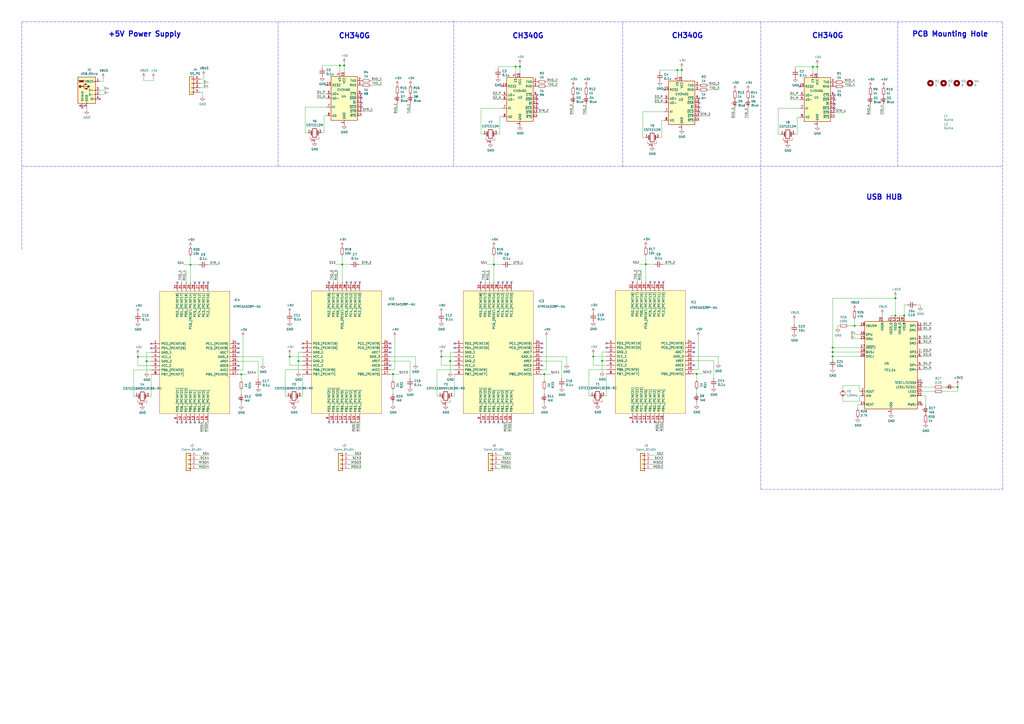
<source format=kicad_sch>
(kicad_sch (version 20211123) (generator eeschema)
  (paper "A2")
  (title_block (date "2021-11-09") (rev "2"))
  (lib_symbols
    (symbol "Connector:USB_B_Micro" (pin_names (offset 1.016))
      (property "Reference" "J" (at -5.08 11.43 0))
      (property "Value" "USB_B_Micro" (at -5.08 8.89 0))
      (symbol "USB_B_Micro_1_1"
        (pin power_out line (at 7.62 5.08 180) (length 2.54) (name "VBUS") (number "1"))
        (pin bidirectional line (at 7.62 -2.54 180) (length 2.54) (name "D-") (number "2"))
        (pin bidirectional line (at 7.62 0 180) (length 2.54) (name "D+") (number "3"))
        (pin passive line (at 7.62 -5.08 180) (length 2.54) (name "ID") (number "4"))
        (pin power_out line (at 0 -10.16 90) (length 2.54) (name "GND") (number "5"))
        (pin passive line (at -2.54 -10.16 90) (length 2.54) (name "Shield") (number "6"))
      )
    )
    (symbol "Connector_Generic:Conn_01x04" (pin_names (offset 1.016) hide)
      (property "Reference" "J" (at 0 5.08 0))
      (property "Value" "Conn_01x04" (at 0 -7.62 0))
      (symbol "Conn_01x04_1_1"
        (pin passive line (at -5.08 2.54 0) (length 3.81) (name "Pin_1") (number "1"))
        (pin passive line (at -5.08 0 0) (length 3.81) (name "Pin_2") (number "2"))
        (pin passive line (at -5.08 -2.54 0) (length 3.81) (name "Pin_3") (number "3"))
        (pin passive line (at -5.08 -5.08 0) (length 3.81) (name "Pin_4") (number "4"))
      )
    )
    (symbol "Device:C_Small" (pin_numbers hide) (pin_names (offset 0.254) hide)
      (property "Reference" "C" (at 0.254 1.778 0))
      (property "Value" "C_Small" (at 0.254 -2.032 0))
      (symbol "C_Small_1_1"
        (pin passive line (at 0 2.54 270) (length 2.032) (name "~") (number "1"))
        (pin passive line (at 0 -2.54 90) (length 2.032) (name "~") (number "2"))
      )
    )
    (symbol "Device:Crystal_GND2" (pin_names (offset 1.016) hide)
      (property "Reference" "Y" (at 0 5.715 0))
      (property "Value" "Crystal_GND2" (at 0 3.81 0))
      (symbol "Crystal_GND2_1_1"
        (pin passive line (at -3.81 0 0) (length 1.27) (name "1") (number "1"))
        (pin passive line (at 0 -5.08 90) (length 1.27) (name "2") (number "2"))
        (pin passive line (at 3.81 0 180) (length 1.27) (name "3") (number "3"))
      )
    )
    (symbol "Device:Crystal_Small" (pin_numbers hide) (pin_names (offset 1.016) hide)
      (property "Reference" "Y" (at 0 2.54 0))
      (property "Value" "Crystal_Small" (at 0 -2.54 0))
      (symbol "Crystal_Small_1_1"
        (pin passive line (at -2.54 0 0) (length 1.27) (name "1") (number "1"))
        (pin passive line (at 2.54 0 180) (length 1.27) (name "2") (number "2"))
      )
    )
    (symbol "Device:LED_Small" (pin_numbers hide) (pin_names (offset 0.254) hide)
      (property "Reference" "D" (at -1.27 3.175 0))
      (property "Value" "LED_Small" (at -4.445 -2.54 0))
      (symbol "LED_Small_1_1"
        (pin passive line (at -2.54 0 0) (length 1.778) (name "K") (number "1"))
        (pin passive line (at 2.54 0 180) (length 1.778) (name "A") (number "2"))
      )
    )
    (symbol "Device:R_Small" (pin_numbers hide) (pin_names (offset 0.254) hide)
      (property "Reference" "R" (at 0.762 0.508 0))
      (property "Value" "R_Small" (at 0.762 -1.016 0))
      (symbol "R_Small_1_1"
        (pin passive line (at 0 2.54 270) (length 0.762) (name "~") (number "1"))
        (pin passive line (at 0 -2.54 90) (length 0.762) (name "~") (number "2"))
      )
    )
    (symbol "Duino-Coin-rescue:Duino-Vucko_Logo" (pin_names (offset 1.016))
      (property "Reference" "L" (at 0 0 0))
      (property "Value" "Duino-Vucko_Logo" (at 0 0 0))
    )
    (symbol "Interface_USB:CH340G"
      (property "Reference" "U" (at -5.08 13.97 0))
      (property "Value" "CH340G" (at 1.27 13.97 0))
      (symbol "CH340G_1_1"
        (pin power_in line (at 0 -15.24 90) (length 2.54) (name "GND") (number "1"))
        (pin input line (at 10.16 0 180) (length 2.54) (name "~{DSR}") (number "10"))
        (pin input line (at 10.16 -2.54 180) (length 2.54) (name "~{RI}") (number "11"))
        (pin input line (at 10.16 -5.08 180) (length 2.54) (name "~{DCD}") (number "12"))
        (pin output line (at 10.16 -7.62 180) (length 2.54) (name "~{DTR}") (number "13"))
        (pin output line (at 10.16 -10.16 180) (length 2.54) (name "~{RTS}") (number "14"))
        (pin input line (at -10.16 7.62 0) (length 2.54) (name "R232") (number "15"))
        (pin power_in line (at 0 15.24 270) (length 2.54) (name "VCC") (number "16"))
        (pin output line (at 10.16 10.16 180) (length 2.54) (name "TXD") (number "2"))
        (pin input line (at 10.16 7.62 180) (length 2.54) (name "RXD") (number "3"))
        (pin passive line (at -2.54 15.24 270) (length 2.54) (name "V3") (number "4"))
        (pin bidirectional line (at -10.16 2.54 0) (length 2.54) (name "UD+") (number "5"))
        (pin bidirectional line (at -10.16 0 0) (length 2.54) (name "UD-") (number "6"))
        (pin input line (at -10.16 -5.08 0) (length 2.54) (name "XI") (number "7"))
        (pin output line (at -10.16 -10.16 0) (length 2.54) (name "XO") (number "8"))
        (pin input line (at 10.16 2.54 180) (length 2.54) (name "~{CTS}") (number "9"))
      )
    )
    (symbol "Interface_USB:FE1.1s"
      (property "Reference" "U" (at -11.43 26.67 0))
      (property "Value" "FE1.1s" (at 12.7 27.94 0))
      (symbol "FE1.1s_1_1"
        (pin power_in line (at 0 -27.94 90) (length 2.54) (name "VSS") (number "1"))
        (pin bidirectional line (at 17.78 20.32 180) (length 2.54) (name "DM1") (number "10"))
        (pin bidirectional line (at 17.78 22.86 180) (length 2.54) (name "DP1") (number "11"))
        (pin power_out line (at 5.08 27.94 270) (length 2.54) (name "VD18_O") (number "12"))
        (pin power_in line (at 2.54 27.94 270) (length 2.54) (name "VD33") (number "13"))
        (pin passive line (at -17.78 -22.86 0) (length 2.54) (name "REXT") (number "14"))
        (pin bidirectional line (at -17.78 15.24 0) (length 2.54) (name "DMU") (number "15"))
        (pin bidirectional line (at -17.78 17.78 0) (length 2.54) (name "DPU") (number "16"))
        (pin input line (at -17.78 10.16 0) (length 2.54) (name "~{XRSTJ}") (number "17"))
        (pin input line (at -17.78 22.86 0) (length 2.54) (name "VBUSM") (number "18"))
        (pin input line (at -17.78 7.62 0) (length 2.54) (name "BUSJ") (number "19"))
        (pin output line (at -17.78 -15.24 0) (length 2.54) (name "XOUT") (number "2"))
        (pin power_in line (at -5.08 27.94 270) (length 2.54) (name "VDD5") (number "20"))
        (pin power_out line (at 0 27.94 270) (length 2.54) (name "VD33_O") (number "21"))
        (pin bidirectional line (at 17.78 -17.78 180) (length 2.54) (name "DRV") (number "22"))
        (pin bidirectional line (at 17.78 -12.7 180) (length 2.54) (name "LED1/EESCL") (number "23"))
        (pin bidirectional line (at 17.78 -15.24 180) (length 2.54) (name "LED2") (number "24"))
        (pin output line (at 17.78 -22.86 180) (length 2.54) (name "PWRJ") (number "25"))
        (pin input line (at -17.78 5.08 0) (length 2.54) (name "OVCJ") (number "26"))
        (pin bidirectional line (at 17.78 -10.16 180) (length 2.54) (name "TESTJ/EESDA") (number "27"))
        (pin power_in line (at 7.62 27.94 270) (length 2.54) (name "VD18") (number "28"))
        (pin input line (at -17.78 -17.78 0) (length 2.54) (name "XIN") (number "3"))
        (pin bidirectional line (at 17.78 -2.54 180) (length 2.54) (name "DM4") (number "4"))
        (pin bidirectional line (at 17.78 0 180) (length 2.54) (name "DP4") (number "5"))
        (pin bidirectional line (at 17.78 5.08 180) (length 2.54) (name "DM3") (number "6"))
        (pin bidirectional line (at 17.78 7.62 180) (length 2.54) (name "DP3") (number "7"))
        (pin bidirectional line (at 17.78 12.7 180) (length 2.54) (name "DM2") (number "8"))
        (pin bidirectional line (at 17.78 15.24 180) (length 2.54) (name "DP2") (number "9"))
      )
    )
    (symbol "Mechanical:MountingHole" (pin_names (offset 1.016))
      (property "Reference" "H" (at 0 5.08 0))
      (property "Value" "MountingHole" (at 0 3.175 0))
    )
    (symbol "Vucko_Admin:ATMEGA328P-AU" (pin_names (offset 0.762))
      (property "Reference" "IC" (at 46.99 35.56 0))
      (property "Value" "ATMEGA328P-AU" (at 46.99 33.02 0))
      (symbol "ATMEGA328P-AU_0_0"
        (pin bidirectional line (at 0 0 0) (length 5.08) (name "PD3_[PCINT19]") (number "1"))
        (pin bidirectional line (at 17.78 -45.72 90) (length 5.08) (name "PD6_[PCINT22]") (number "10"))
        (pin bidirectional line (at 20.32 -45.72 90) (length 5.08) (name "PD7_[PCINT23]") (number "11"))
        (pin bidirectional line (at 22.86 -45.72 90) (length 5.08) (name "PB0_[PCINT0]") (number "12"))
        (pin bidirectional line (at 25.4 -45.72 90) (length 5.08) (name "PB1_[PCINT1]") (number "13"))
        (pin bidirectional line (at 27.94 -45.72 90) (length 5.08) (name "PB2_[PCINT2]") (number "14"))
        (pin bidirectional line (at 30.48 -45.72 90) (length 5.08) (name "PB3_[PCINT3]") (number "15"))
        (pin bidirectional line (at 33.02 -45.72 90) (length 5.08) (name "PB4_[PCINT4]") (number "16"))
        (pin bidirectional line (at 50.8 -17.78 180) (length 5.08) (name "PB5_[PCINT5]") (number "17"))
        (pin power_in line (at 50.8 -15.24 180) (length 5.08) (name "AVCC") (number "18"))
        (pin bidirectional line (at 50.8 -12.7 180) (length 5.08) (name "ADC6") (number "19"))
        (pin bidirectional line (at 0 -2.54 0) (length 5.08) (name "PD4_[PCINT20]") (number "2"))
        (pin bidirectional line (at 50.8 -10.16 180) (length 5.08) (name "AREF") (number "20"))
        (pin power_in line (at 50.8 -7.62 180) (length 5.08) (name "GND_3") (number "21"))
        (pin bidirectional line (at 50.8 -5.08 180) (length 5.08) (name "ADC7") (number "22"))
        (pin bidirectional line (at 50.8 -2.54 180) (length 5.08) (name "PC0_[PCINT8]") (number "23"))
        (pin bidirectional line (at 50.8 0 180) (length 5.08) (name "PC1_[PCINT9]") (number "24"))
        (pin bidirectional line (at 33.02 35.56 270) (length 5.08) (name "PC2_[PCINT10]") (number "25"))
        (pin bidirectional line (at 30.48 35.56 270) (length 5.08) (name "PC3_[PCINT11]") (number "26"))
        (pin bidirectional line (at 27.94 35.56 270) (length 5.08) (name "PC4_[PCINT12]") (number "27"))
        (pin bidirectional line (at 25.4 35.56 270) (length 5.08) (name "PC5_[PCINT13]") (number "28"))
        (pin bidirectional line (at 22.86 35.56 270) (length 5.08) (name "PC6_[RESET/PCINT14]") (number "29"))
        (pin power_in line (at 0 -5.08 0) (length 5.08) (name "GND_1") (number "3"))
        (pin bidirectional line (at 20.32 35.56 270) (length 5.08) (name "PD0_[PCINT16]") (number "30"))
        (pin bidirectional line (at 17.78 35.56 270) (length 5.08) (name "PD1_[PCINT17]") (number "31"))
        (pin bidirectional line (at 15.24 35.56 270) (length 5.08) (name "PD2_[PCINT18]") (number "32"))
        (pin power_in line (at 0 -7.62 0) (length 5.08) (name "VCC_1") (number "4"))
        (pin power_in line (at 0 -10.16 0) (length 5.08) (name "GND_2") (number "5"))
        (pin power_in line (at 0 -12.7 0) (length 5.08) (name "VCC_2") (number "6"))
        (pin bidirectional line (at 0 -15.24 0) (length 5.08) (name "PB6_[PCINT6]") (number "7"))
        (pin bidirectional line (at 0 -17.78 0) (length 5.08) (name "PB7_[PCINT7]") (number "8"))
        (pin bidirectional line (at 15.24 -45.72 90) (length 5.08) (name "PD5_[PCINT21]") (number "9"))
      )
    )
    (symbol "power:+3V3" (power) (pin_names (offset 0))
      (property "Value" "+3V3" (at 0 3.556 0))
      (symbol "+3V3_1_1"
        (pin power_in line (at 0 0 90) (length 0) hide (name "+3V3") (number "1"))
      )
    )
    (symbol "power:+5V" (power) (pin_names (offset 0))
      (property "Value" "+5V" (at 0 3.556 0))
      (symbol "+5V_1_1"
        (pin power_in line (at 0 0 90) (length 0) hide (name "+5V") (number "1"))
      )
    )
    (symbol "power:GND" (power) (pin_names (offset 0))
      (property "Value" "GND" (at 0 -3.81 0))
      (symbol "GND_1_1"
        (pin power_in line (at 0 0 270) (length 0) hide (name "GND") (number "1"))
      )
    )
    (symbol "power:VBUS" (power) (pin_names (offset 0))
      (property "Value" "VBUS" (at 0 3.81 0))
      (symbol "VBUS_1_1"
        (pin power_in line (at 0 0 90) (length 0) hide (name "VBUS") (number "1"))
      )
    )
  )
  (junction (at 139.954 217.17))
  (junction (at 256.032 206.883))
  (junction (at 301.625 38.608))
  (junction (at 482.981 206.756))
  (junction (at 555.498 224.536))
  (junction (at 395.478 40.64))
  (junction (at 519.43 172.974))
  (junction (at 286.512 153.416))
  (junction (at 495.681 188.976))
  (junction (at 404.114 216.916))
  (junction (at 315.722 217.043))
  (junction (at 227.965 217.043))
  (junction (at 261.112 209.423))
  (junction (at 173.101 209.423))
  (junction (at 80.01 207.01))
  (junction (at 471.551 38.735))
  (junction (at 524.51 183.007))
  (junction (at 344.17 206.756))
  (junction (at 198.501 153.416))
  (junction (at 519.43 183.007))
  (junction (at 168.021 206.883))
  (junction (at 482.981 204.216))
  (junction (at 349.25 209.296))
  (junction (at 474.091 38.735))
  (junction (at 199.644 37.973))
  (junction (at 392.938 40.64))
  (junction (at 299.085 38.608))
  (junction (at 197.104 37.973))
  (junction (at 374.65 153.289))
  (junction (at 110.49 153.543))
  (junction (at 482.981 201.676))
  (junction (at 85.09 209.55))
  (no_connect (at 534.67 234.696))
  (no_connect (at 206.121 163.703))
  (no_connect (at 203.581 244.983))
  (no_connect (at 175.641 201.803))
  (no_connect (at 102.87 163.83))
  (no_connect (at 102.87 245.11))
  (no_connect (at 377.19 163.576))
  (no_connect (at 110.49 245.11))
  (no_connect (at 47.752 62.484))
  (no_connect (at 286.512 244.983))
  (no_connect (at 115.57 163.83))
  (no_connect (at 289.052 163.703))
  (no_connect (at 385.318 52.07))
  (no_connect (at 402.59 211.836))
  (no_connect (at 314.452 211.963))
  (no_connect (at 138.43 212.09))
  (no_connect (at 314.452 199.263))
  (no_connect (at 405.638 59.69))
  (no_connect (at 484.251 62.865))
  (no_connect (at 281.432 244.983))
  (no_connect (at 138.43 199.39))
  (no_connect (at 113.03 245.11))
  (no_connect (at 226.441 199.263))
  (no_connect (at 278.892 163.703))
  (no_connect (at 534.67 221.996))
  (no_connect (at 311.785 57.658))
  (no_connect (at 209.804 57.023))
  (no_connect (at 379.73 244.856))
  (no_connect (at 283.972 244.983))
  (no_connect (at 203.581 163.703))
  (no_connect (at 402.59 201.676))
  (no_connect (at 138.43 201.93))
  (no_connect (at 118.11 163.83))
  (no_connect (at 382.27 163.576))
  (no_connect (at 484.251 57.785))
  (no_connect (at 314.452 204.343))
  (no_connect (at 311.785 62.738))
  (no_connect (at 263.652 201.803))
  (no_connect (at 402.59 204.216))
  (no_connect (at 484.251 55.245))
  (no_connect (at 291.592 163.703))
  (no_connect (at 198.501 244.983))
  (no_connect (at 402.59 199.136))
  (no_connect (at 351.79 201.676))
  (no_connect (at 189.484 49.403))
  (no_connect (at 175.641 199.263))
  (no_connect (at 311.785 55.118))
  (no_connect (at 372.11 244.856))
  (no_connect (at 351.79 199.136))
  (no_connect (at 379.73 163.576))
  (no_connect (at 314.452 201.803))
  (no_connect (at 291.592 244.983))
  (no_connect (at 115.57 245.11))
  (no_connect (at 374.65 244.856))
  (no_connect (at 105.41 245.11))
  (no_connect (at 463.931 50.165))
  (no_connect (at 226.441 211.963))
  (no_connect (at 384.81 163.576))
  (no_connect (at 367.03 163.576))
  (no_connect (at 208.661 163.703))
  (no_connect (at 226.441 201.803))
  (no_connect (at 226.441 204.343))
  (no_connect (at 87.63 201.93))
  (no_connect (at 201.041 163.703))
  (no_connect (at 311.785 60.198))
  (no_connect (at 278.892 244.983))
  (no_connect (at 138.43 204.47))
  (no_connect (at 87.63 199.39))
  (no_connect (at 120.65 163.83))
  (no_connect (at 291.465 50.038))
  (no_connect (at 113.03 163.83))
  (no_connect (at 263.652 199.263))
  (no_connect (at 193.421 244.983))
  (no_connect (at 201.041 244.983))
  (no_connect (at 209.804 62.103))
  (no_connect (at 367.03 244.856))
  (no_connect (at 190.881 244.983))
  (no_connect (at 289.052 244.983))
  (no_connect (at 484.251 60.325))
  (no_connect (at 405.638 57.15))
  (no_connect (at 195.961 244.983))
  (no_connect (at 296.672 163.703))
  (no_connect (at 209.804 54.483))
  (no_connect (at 209.804 59.563))
  (no_connect (at 107.95 245.11))
  (no_connect (at 294.132 163.703))
  (no_connect (at 377.19 244.856))
  (no_connect (at 57.912 57.404))
  (no_connect (at 405.638 64.77))
  (no_connect (at 369.57 244.856))
  (no_connect (at 190.881 163.703))
  (no_connect (at 405.638 62.23))
  (wire (pts (xy 50.292 63.754) (xy 50.292 62.484)))
  (wire (pts (xy 372.872 64.77) (xy 385.318 64.77)))
  (wire (pts (xy 315.722 225.933) (xy 315.722 228.473)))
  (wire (pts (xy 315.722 233.553) (xy 315.722 234.823)))
  (wire (pts (xy 511.81 183.896) (xy 511.81 182.245)))
  (wire (pts (xy 285.75 55.118) (xy 291.465 55.118)))
  (wire (pts (xy 227.965 225.933) (xy 227.965 228.473)))
  (wire (pts (xy 116.205 53.467) (xy 117.475 53.467)))
  (wire (pts (xy 177.038 62.103) (xy 189.484 62.103)))
  (wire (pts (xy 497.586 234.696) (xy 497.586 237.236)))
  (wire (pts (xy 186.944 37.973) (xy 197.104 37.973)))
  (wire (pts (xy 173.101 215.773) (xy 173.101 209.423)))
  (wire (pts (xy 461.391 38.735) (xy 471.551 38.735)))
  (wire (pts (xy 555.498 224.536) (xy 555.498 223.52)))
  (wire (pts (xy 498.602 227.076) (xy 498.602 223.647)))
  (wire (pts (xy 482.981 201.676) (xy 499.11 201.676)))
  (wire (pts (xy 189.484 67.183) (xy 187.96 67.183)))
  (wire (pts (xy 263.652 206.883) (xy 256.032 206.883)))
  (wire (pts (xy 178.689 77.089) (xy 177.038 77.089)))
  (polyline (pts (xy 263.144 95.885) (xy 263.144 12.065)))
  (wire (pts (xy 351.79 204.216) (xy 349.25 204.216)))
  (wire (pts (xy 183.769 57.023) (xy 189.484 57.023)))
  (wire (pts (xy 286.512 148.336) (xy 286.512 153.416)))
  (wire (pts (xy 316.865 47.498) (xy 323.469 47.498)))
  (wire (pts (xy 379.603 59.69) (xy 385.318 59.69)))
  (wire (pts (xy 139.954 226.06) (xy 139.954 228.6)))
  (wire (pts (xy 482.981 206.756) (xy 482.981 208.407)))
  (wire (pts (xy 374.65 153.289) (xy 379.476 153.289)))
  (wire (pts (xy 256.032 205.613) (xy 256.032 206.883)))
  (wire (pts (xy 458.216 57.785) (xy 463.931 57.785)))
  (wire (pts (xy 498.729 229.616) (xy 498.729 232.791)))
  (wire (pts (xy 120.65 245.11) (xy 120.65 250.698)))
  (wire (pts (xy 214.884 49.403) (xy 221.615 49.403)))
  (wire (pts (xy 301.625 38.608) (xy 301.625 37.338)))
  (wire (pts (xy 168.021 205.613) (xy 168.021 206.883)))
  (wire (pts (xy 114.3 266.7) (xy 121.285 266.7)))
  (wire (pts (xy 165.481 214.503) (xy 165.481 229.743)))
  (wire (pts (xy 519.43 183.007) (xy 516.89 183.007)))
  (wire (pts (xy 138.43 214.63) (xy 140.97 214.63)))
  (wire (pts (xy 283.972 163.703) (xy 283.972 156.591)))
  (wire (pts (xy 471.551 38.735) (xy 471.551 42.545)))
  (wire (pts (xy 261.112 204.343) (xy 261.112 209.423)))
  (wire (pts (xy 299.085 38.608) (xy 301.625 38.608)))
  (wire (pts (xy 540.385 196.596) (xy 534.67 196.596)))
  (wire (pts (xy 198.501 148.336) (xy 198.501 153.416)))
  (wire (pts (xy 152.527 211.328) (xy 152.527 207.01)))
  (wire (pts (xy 77.47 214.63) (xy 87.63 214.63)))
  (wire (pts (xy 286.512 153.416) (xy 291.338 153.416)))
  (wire (pts (xy 374.65 148.209) (xy 374.65 153.289)))
  (wire (pts (xy 349.25 209.296) (xy 351.79 209.296)))
  (wire (pts (xy 193.421 163.703) (xy 193.421 156.591)))
  (wire (pts (xy 118.11 45.847) (xy 118.11 43.942)))
  (wire (pts (xy 315.722 217.043) (xy 315.722 220.853)))
  (wire (pts (xy 187.96 77.089) (xy 186.309 77.089)))
  (wire (pts (xy 402.59 209.296) (xy 414.02 209.296)))
  (wire (pts (xy 289.56 266.7) (xy 296.545 266.7)))
  (wire (pts (xy 289.56 264.16) (xy 296.545 264.16)))
  (wire (pts (xy 296.418 153.416) (xy 303.53 153.416)))
  (polyline (pts (xy 441.325 12.7) (xy 441.325 283.845)))
  (wire (pts (xy 540.385 199.136) (xy 534.67 199.136)))
  (wire (pts (xy 177.038 77.089) (xy 177.038 62.103)))
  (wire (pts (xy 540.385 204.216) (xy 534.67 204.216)))
  (wire (pts (xy 461.391 40.005) (xy 461.391 38.735)))
  (wire (pts (xy 351.79 216.916) (xy 351.79 229.616)))
  (wire (pts (xy 226.441 214.503) (xy 228.981 214.503)))
  (wire (pts (xy 471.551 38.735) (xy 474.091 38.735)))
  (wire (pts (xy 262.382 229.743) (xy 263.652 229.743)))
  (wire (pts (xy 395.478 40.64) (xy 395.478 39.37)))
  (wire (pts (xy 85.09 204.47) (xy 85.09 209.55)))
  (wire (pts (xy 383.794 69.85) (xy 383.794 79.756)))
  (wire (pts (xy 314.452 206.883) (xy 328.676 206.883)))
  (wire (pts (xy 202.565 269.24) (xy 209.55 269.24)))
  (wire (pts (xy 377.825 264.16) (xy 384.81 264.16)))
  (polyline (pts (xy 361.188 12.954) (xy 361.188 96.774)))
  (wire (pts (xy 311.785 65.278) (xy 318.262 65.278)))
  (wire (pts (xy 57.912 52.324) (xy 60.452 52.324)))
  (wire (pts (xy 499.11 196.596) (xy 493.522 196.596)))
  (wire (pts (xy 228.981 195.453) (xy 228.981 214.503)))
  (wire (pts (xy 85.09 215.9) (xy 85.09 209.55)))
  (wire (pts (xy 372.11 163.576) (xy 372.11 156.464)))
  (wire (pts (xy 383.794 79.756) (xy 382.143 79.756)))
  (wire (pts (xy 299.085 38.608) (xy 299.085 42.418)))
  (wire (pts (xy 199.644 37.973) (xy 199.644 36.703)))
  (wire (pts (xy 410.718 52.07) (xy 417.322 52.07)))
  (wire (pts (xy 227.965 217.043) (xy 231.521 217.043)))
  (wire (pts (xy 314.452 214.503) (xy 316.992 214.503)))
  (wire (pts (xy 555.498 227.076) (xy 555.498 224.536)))
  (wire (pts (xy 540.385 214.376) (xy 534.67 214.376)))
  (wire (pts (xy 202.565 264.16) (xy 209.55 264.16)))
  (wire (pts (xy 106.68 153.543) (xy 110.49 153.543)))
  (wire (pts (xy 536.956 229.616) (xy 536.956 235.331)))
  (wire (pts (xy 499.11 206.756) (xy 482.981 206.756)))
  (wire (pts (xy 83.312 46.736) (xy 89.027 46.736)))
  (wire (pts (xy 289.56 271.78) (xy 296.545 271.78)))
  (wire (pts (xy 227.965 233.553) (xy 227.965 234.823)))
  (wire (pts (xy 540.385 206.756) (xy 534.67 206.756)))
  (wire (pts (xy 282.702 153.416) (xy 286.512 153.416)))
  (wire (pts (xy 328.676 211.201) (xy 328.676 206.883)))
  (wire (pts (xy 139.954 217.17) (xy 139.954 220.98)))
  (wire (pts (xy 117.475 53.467) (xy 117.475 56.007)))
  (wire (pts (xy 410.718 49.53) (xy 417.322 49.53)))
  (wire (pts (xy 540.385 188.976) (xy 534.67 188.976)))
  (wire (pts (xy 404.114 233.426) (xy 404.114 234.696)))
  (wire (pts (xy 114.3 269.24) (xy 121.285 269.24)))
  (wire (pts (xy 105.41 163.83) (xy 105.41 156.718)))
  (wire (pts (xy 382.27 244.856) (xy 382.27 250.317)))
  (wire (pts (xy 414.02 209.296) (xy 414.02 219.456)))
  (wire (pts (xy 453.136 77.851) (xy 451.485 77.851)))
  (wire (pts (xy 187.96 67.183) (xy 187.96 77.089)))
  (wire (pts (xy 392.938 40.64) (xy 392.938 44.45)))
  (wire (pts (xy 474.091 38.735) (xy 474.091 37.465)))
  (wire (pts (xy 341.63 229.616) (xy 342.9 229.616)))
  (wire (pts (xy 405.638 67.31) (xy 412.115 67.31)))
  (wire (pts (xy 404.114 225.806) (xy 404.114 228.346)))
  (wire (pts (xy 110.49 148.463) (xy 110.49 153.543)))
  (wire (pts (xy 402.59 206.756) (xy 416.687 206.756)))
  (wire (pts (xy 546.862 224.536) (xy 548.259 224.536)))
  (wire (pts (xy 325.882 209.423) (xy 325.882 219.583)))
  (wire (pts (xy 349.25 204.216) (xy 349.25 209.296)))
  (wire (pts (xy 351.79 211.836) (xy 344.17 211.836)))
  (wire (pts (xy 374.65 153.289) (xy 374.65 163.576)))
  (wire (pts (xy 526.288 176.911) (xy 524.51 176.911)))
  (polyline (pts (xy 12.7 12.7) (xy 12.7 144.78)))
  (wire (pts (xy 87.63 204.47) (xy 85.09 204.47)))
  (wire (pts (xy 80.01 212.09) (xy 80.01 207.01)))
  (wire (pts (xy 226.441 209.423) (xy 237.871 209.423)))
  (wire (pts (xy 341.63 214.376) (xy 351.79 214.376)))
  (wire (pts (xy 512.572 60.579) (xy 512.572 66.675)))
  (wire (pts (xy 316.992 195.453) (xy 316.992 214.503)))
  (wire (pts (xy 241.046 211.201) (xy 241.046 206.883)))
  (wire (pts (xy 173.101 204.343) (xy 173.101 209.423)))
  (wire (pts (xy 377.825 266.7) (xy 384.81 266.7)))
  (wire (pts (xy 138.43 207.01) (xy 152.527 207.01)))
  (wire (pts (xy 462.407 67.945) (xy 462.407 77.851)))
  (wire (pts (xy 369.57 163.576) (xy 369.57 156.464)))
  (wire (pts (xy 315.722 217.043) (xy 319.532 217.043)))
  (wire (pts (xy 237.871 209.423) (xy 237.871 219.583)))
  (wire (pts (xy 214.884 46.863) (xy 221.615 46.863)))
  (wire (pts (xy 382.778 41.91) (xy 382.778 40.64)))
  (wire (pts (xy 458.216 55.245) (xy 463.931 55.245)))
  (wire (pts (xy 168.021 211.963) (xy 168.021 206.883)))
  (wire (pts (xy 227.965 217.043) (xy 227.965 220.853)))
  (wire (pts (xy 175.641 217.043) (xy 175.641 229.743)))
  (wire (pts (xy 499.11 194.056) (xy 493.522 194.056)))
  (wire (pts (xy 116.205 48.387) (xy 121.031 48.387)))
  (polyline (pts (xy 12.7 12.7) (xy 581.66 12.7)))
  (wire (pts (xy 116.205 50.927) (xy 121.031 50.927)))
  (wire (pts (xy 370.84 153.289) (xy 374.65 153.289)))
  (wire (pts (xy 140.97 195.58) (xy 140.97 214.63)))
  (wire (pts (xy 488.95 232.791) (xy 488.95 230.759)))
  (wire (pts (xy 83.312 45.212) (xy 83.312 46.736)))
  (wire (pts (xy 253.492 229.743) (xy 254.762 229.743)))
  (wire (pts (xy 546.862 227.076) (xy 555.498 227.076)))
  (wire (pts (xy 296.672 244.983) (xy 296.672 250.444)))
  (wire (pts (xy 114.3 264.16) (xy 121.285 264.16)))
  (wire (pts (xy 175.641 206.883) (xy 168.021 206.883)))
  (wire (pts (xy 165.481 229.743) (xy 166.751 229.743)))
  (wire (pts (xy 165.481 214.503) (xy 175.641 214.503)))
  (wire (pts (xy 349.25 215.646) (xy 349.25 209.296)))
  (wire (pts (xy 149.86 209.55) (xy 149.86 219.71)))
  (wire (pts (xy 57.912 54.864) (xy 60.452 54.864)))
  (wire (pts (xy 87.63 212.09) (xy 80.01 212.09)))
  (wire (pts (xy 85.09 209.55) (xy 87.63 209.55)))
  (wire (pts (xy 197.104 37.973) (xy 199.644 37.973)))
  (wire (pts (xy 110.49 153.543) (xy 110.49 163.83)))
  (wire (pts (xy 402.59 216.916) (xy 404.114 216.916)))
  (wire (pts (xy 497.586 234.696) (xy 499.11 234.696)))
  (wire (pts (xy 462.407 77.851) (xy 460.756 77.851)))
  (wire (pts (xy 87.63 217.17) (xy 87.63 229.87)))
  (wire (pts (xy 279.019 77.724) (xy 279.019 62.738)))
  (wire (pts (xy 498.729 232.791) (xy 488.95 232.791)))
  (wire (pts (xy 451.485 62.865) (xy 463.931 62.865)))
  (wire (pts (xy 540.385 211.836) (xy 534.67 211.836)))
  (wire (pts (xy 194.691 153.416) (xy 198.501 153.416)))
  (wire (pts (xy 482.981 204.216) (xy 499.11 204.216)))
  (wire (pts (xy 138.43 209.55) (xy 149.86 209.55)))
  (wire (pts (xy 524.51 183.896) (xy 524.51 183.007)))
  (wire (pts (xy 202.565 271.78) (xy 209.55 271.78)))
  (wire (pts (xy 139.954 217.17) (xy 143.51 217.17)))
  (wire (pts (xy 474.091 38.735) (xy 474.091 42.545)))
  (polyline (pts (xy 161.29 96.52) (xy 161.29 12.7)))
  (wire (pts (xy 288.925 38.608) (xy 299.085 38.608)))
  (wire (pts (xy 289.56 269.24) (xy 296.545 269.24)))
  (wire (pts (xy 482.981 204.216) (xy 482.981 206.756)))
  (wire (pts (xy 280.67 77.724) (xy 279.019 77.724)))
  (wire (pts (xy 463.931 67.945) (xy 462.407 67.945)))
  (wire (pts (xy 404.114 216.916) (xy 404.114 220.726)))
  (wire (pts (xy 531.368 176.911) (xy 533.781 176.911)))
  (polyline (pts (xy 12.7 96.52) (xy 581.66 96.52)))
  (wire (pts (xy 202.565 266.7) (xy 209.55 266.7)))
  (wire (pts (xy 516.89 183.007) (xy 516.89 183.896)))
  (wire (pts (xy 208.407 153.416) (xy 215.519 153.416)))
  (wire (pts (xy 289.941 77.724) (xy 288.29 77.724)))
  (wire (pts (xy 57.912 47.244) (xy 59.817 47.244)))
  (wire (pts (xy 80.01 205.74) (xy 80.01 207.01)))
  (wire (pts (xy 377.825 271.78) (xy 384.81 271.78)))
  (wire (pts (xy 534.67 227.076) (xy 541.782 227.076)))
  (wire (pts (xy 484.251 65.405) (xy 490.728 65.405)))
  (wire (pts (xy 316.865 50.038) (xy 323.469 50.038)))
  (polyline (pts (xy 520.7 12.7) (xy 520.7 96.52)))
  (wire (pts (xy 253.492 214.503) (xy 253.492 229.743)))
  (wire (pts (xy 285.75 57.658) (xy 291.465 57.658)))
  (wire (pts (xy 379.603 57.15) (xy 385.318 57.15)))
  (wire (pts (xy 253.492 214.503) (xy 263.652 214.503)))
  (wire (pts (xy 377.825 269.24) (xy 384.81 269.24)))
  (wire (pts (xy 238.125 59.817) (xy 238.125 65.913)))
  (wire (pts (xy 301.625 38.608) (xy 301.625 42.418)))
  (wire (pts (xy 183.769 54.483) (xy 189.484 54.483)))
  (wire (pts (xy 87.63 207.01) (xy 80.01 207.01)))
  (wire (pts (xy 504.952 60.579) (xy 504.952 66.675)))
  (wire (pts (xy 486.029 190.119) (xy 486.029 188.976)))
  (wire (pts (xy 107.95 163.83) (xy 107.95 156.718)))
  (wire (pts (xy 402.59 214.376) (xy 405.13 214.376)))
  (wire (pts (xy 118.11 245.11) (xy 118.11 250.698)))
  (wire (pts (xy 261.112 215.773) (xy 261.112 209.423)))
  (wire (pts (xy 385.318 69.85) (xy 383.794 69.85)))
  (wire (pts (xy 519.43 172.974) (xy 519.43 183.007)))
  (wire (pts (xy 256.032 211.963) (xy 256.032 206.883)))
  (wire (pts (xy 498.602 223.647) (xy 488.95 223.647)))
  (wire (pts (xy 382.778 40.64) (xy 392.938 40.64)))
  (wire (pts (xy 138.43 217.17) (xy 139.954 217.17)))
  (wire (pts (xy 208.661 244.983) (xy 208.661 250.444)))
  (wire (pts (xy 279.019 62.738) (xy 291.465 62.738)))
  (wire (pts (xy 372.872 79.756) (xy 372.872 64.77)))
  (wire (pts (xy 288.925 39.878) (xy 288.925 38.608)))
  (wire (pts (xy 195.961 163.703) (xy 195.961 156.591)))
  (wire (pts (xy 314.452 217.043) (xy 315.722 217.043)))
  (wire (pts (xy 206.121 244.983) (xy 206.121 250.444)))
  (wire (pts (xy 488.95 223.647) (xy 488.95 225.679)))
  (wire (pts (xy 534.67 224.536) (xy 541.782 224.536)))
  (wire (pts (xy 499.11 188.976) (xy 495.681 188.976)))
  (wire (pts (xy 281.432 163.703) (xy 281.432 156.591)))
  (wire (pts (xy 174.371 229.743) (xy 175.641 229.743)))
  (wire (pts (xy 289.941 67.818) (xy 289.941 77.724)))
  (wire (pts (xy 405.13 195.326) (xy 405.13 214.376)))
  (wire (pts (xy 263.652 204.343) (xy 261.112 204.343)))
  (wire (pts (xy 77.47 229.87) (xy 78.74 229.87)))
  (wire (pts (xy 261.112 209.423) (xy 263.652 209.423)))
  (wire (pts (xy 86.36 229.87) (xy 87.63 229.87)))
  (wire (pts (xy 59.817 47.244) (xy 59.817 45.339)))
  (wire (pts (xy 175.641 211.963) (xy 168.021 211.963)))
  (wire (pts (xy 395.478 40.64) (xy 395.478 44.45)))
  (wire (pts (xy 384.81 244.856) (xy 384.81 250.317)))
  (wire (pts (xy 77.47 214.63) (xy 77.47 229.87)))
  (wire (pts (xy 341.63 214.376) (xy 341.63 229.616)))
  (wire (pts (xy 291.465 67.818) (xy 289.941 67.818)))
  (wire (pts (xy 350.52 229.616) (xy 351.79 229.616)))
  (wire (pts (xy 351.79 206.756) (xy 344.17 206.756)))
  (wire (pts (xy 499.11 227.076) (xy 498.602 227.076)))
  (wire (pts (xy 226.441 206.883) (xy 241.046 206.883)))
  (wire (pts (xy 460.756 185.674) (xy 460.756 187.96)))
  (wire (pts (xy 198.501 153.416) (xy 203.327 153.416)))
  (wire (pts (xy 482.981 201.676) (xy 482.981 204.216)))
  (wire (pts (xy 263.652 211.963) (xy 256.032 211.963)))
  (polyline (pts (xy 581.66 12.7) (xy 581.66 283.845)))
  (wire (pts (xy 534.67 229.616) (xy 536.956 229.616)))
  (wire (pts (xy 433.959 62.484) (xy 433.959 68.58)))
  (wire (pts (xy 451.485 77.851) (xy 451.485 62.865)))
  (wire (pts (xy 344.17 211.836) (xy 344.17 206.756)))
  (wire (pts (xy 226.441 217.043) (xy 227.965 217.043)))
  (wire (pts (xy 495.681 184.912) (xy 495.681 188.976)))
  (wire (pts (xy 294.132 244.983) (xy 294.132 250.444)))
  (wire (pts (xy 392.938 40.64) (xy 395.478 40.64)))
  (wire (pts (xy 486.029 188.976) (xy 486.791 188.976)))
  (wire (pts (xy 426.339 62.484) (xy 426.339 68.58)))
  (wire (pts (xy 340.106 60.452) (xy 340.106 66.548)))
  (wire (pts (xy 120.396 153.543) (xy 127.635 153.543)))
  (wire (pts (xy 230.505 59.817) (xy 230.505 65.913)))
  (wire (pts (xy 482.981 172.974) (xy 482.981 201.676)))
  (wire (pts (xy 173.101 209.423) (xy 175.641 209.423)))
  (wire (pts (xy 314.452 209.423) (xy 325.882 209.423)))
  (wire (pts (xy 186.944 39.243) (xy 186.944 37.973)))
  (wire (pts (xy 110.49 153.543) (xy 115.316 153.543)))
  (wire (pts (xy 495.681 188.976) (xy 491.871 188.976)))
  (wire (pts (xy 198.501 153.416) (xy 198.501 163.703)))
  (wire (pts (xy 489.331 47.625) (xy 495.935 47.625)))
  (polyline (pts (xy 441.325 283.845) (xy 581.66 283.845)))
  (wire (pts (xy 114.3 271.78) (xy 121.285 271.78)))
  (wire (pts (xy 374.523 79.756) (xy 372.872 79.756)))
  (wire (pts (xy 521.97 183.896) (xy 521.97 183.007)))
  (wire (pts (xy 404.114 216.916) (xy 407.67 216.916)))
  (wire (pts (xy 519.43 172.212) (xy 519.43 172.974)))
  (wire (pts (xy 489.331 50.165) (xy 495.935 50.165)))
  (wire (pts (xy 416.687 210.82) (xy 416.687 206.756)))
  (wire (pts (xy 344.17 205.486) (xy 344.17 206.756)))
  (wire (pts (xy 139.954 233.68) (xy 139.954 234.95)))
  (wire (pts (xy 540.385 191.516) (xy 534.67 191.516)))
  (wire (pts (xy 384.556 153.289) (xy 391.668 153.289)))
  (wire (pts (xy 199.644 37.973) (xy 199.644 41.783)))
  (wire (pts (xy 533.781 176.911) (xy 533.781 177.673)))
  (wire (pts (xy 197.104 37.973) (xy 197.104 41.783)))
  (wire (pts (xy 209.804 64.643) (xy 216.281 64.643)))
  (wire (pts (xy 332.486 60.452) (xy 332.486 66.548)))
  (wire (pts (xy 499.11 229.616) (xy 498.729 229.616)))
  (wire (pts (xy 524.51 183.007) (xy 524.51 176.911)))
  (wire (pts (xy 175.641 204.343) (xy 173.101 204.343)))
  (wire (pts (xy 555.498 224.536) (xy 553.339 224.536)))
  (wire (pts (xy 286.512 153.416) (xy 286.512 163.703)))
  (wire (pts (xy 519.43 183.896) (xy 519.43 183.007)))
  (wire (pts (xy 116.205 45.847) (xy 118.11 45.847)))
  (wire (pts (xy 521.97 183.007) (xy 524.51 183.007)))
  (wire (pts (xy 263.652 217.043) (xy 263.652 229.743)))
  (wire (pts (xy 89.027 45.339) (xy 89.027 46.736)))
  (wire (pts (xy 482.981 172.974) (xy 519.43 172.974)))
  (text "CH340G" (at 196.342 22.606 0) (effects (font (size 2.9972 2.9972) (thickness 0.5994) bold) (justify left bottom)))
  (text "CH340G" (at 297.053 22.606 0) (effects (font (size 2.9972 2.9972) (thickness 0.5994) bold) (justify left bottom)))
  (text "CH340G" (at 470.916 22.479 0) (effects (font (size 2.9972 2.9972) (thickness 0.5994) bold) (justify left bottom)))
  (text "USB HUB" (at 502.285 116.205 0) (effects (font (size 2.9972 2.9972) (thickness 0.5994) bold) (justify left bottom)))
  (text " +5V Power Supply" (at 60.325 21.59 0) (effects (font (size 2.9972 2.9972) (thickness 0.5994) bold) (justify left bottom)))
  (text "PCB Mounting Hole" (at 528.955 21.59 0) (effects (font (size 2.9972 2.9972) (thickness 0.5994) bold) (justify left bottom)))
  (text "CH340G" (at 389.509 22.479 0) (effects (font (size 2.9972 2.9972) (thickness 0.5994) bold) (justify left bottom)))
  (label "RXD_3" (at 195.961 156.591 270))
  (label "TXD_2" (at 340.106 66.548 90))
  (label "MOSI4" (at 118.11 250.698 90))
  (label "MOSI2" (at 382.27 250.317 90))
  (label "RXD_2" (at 332.486 66.548 90))
  (label "SS2" (at 370.84 153.289 180))
  (label "RXD_1" (at 221.615 46.863 180))
  (label "D2_N" (at 285.75 57.658 0))
  (label "D-" (at 493.522 196.596 0))
  (label "TXD_3" (at 417.322 52.07 180))
  (label "RXD_1" (at 230.505 65.913 90))
  (label "DTR_2" (at 391.668 153.289 180))
  (label "RXD_4" (at 504.952 66.675 90))
  (label "SCK1" (at 296.545 266.7 180))
  (label "D3_N" (at 540.385 206.756 180))
  (label "D-" (at 60.452 54.864 0))
  (label "DTR_1" (at 216.281 64.643 180))
  (label "SS3" (at 209.55 264.16 180))
  (label "MISO2" (at 384.81 269.24 180))
  (label "SS1" (at 296.545 264.16 180))
  (label "TXD_4" (at 105.41 156.718 270))
  (label "MISO1" (at 296.672 250.444 90))
  (label "D+" (at 60.452 52.324 0))
  (label "DTR_3" (at 412.115 67.31 180))
  (label "DTR_3" (at 215.519 153.416 180))
  (label "D2_P" (at 285.75 55.118 0))
  (label "RXD_2" (at 323.469 47.498 180))
  (label "MISO1" (at 296.545 269.24 180))
  (label "MISO4" (at 120.65 250.698 90))
  (label "D2_P" (at 540.385 196.596 180))
  (label "RXD_1" (at 283.972 156.591 270))
  (label "D4_P" (at 540.385 211.836 180))
  (label "D3_P" (at 540.385 204.216 180))
  (label "SS4" (at 106.68 153.543 180))
  (label "RXD_4" (at 107.95 156.718 270))
  (label "MOSI4" (at 121.285 271.78 180))
  (label "TXD_1" (at 221.615 49.403 180))
  (label "SCK2" (at 384.81 266.7 180))
  (label "RXD_3" (at 426.339 68.58 90))
  (label "SCK4" (at 121.285 266.7 180))
  (label "TXD_3" (at 193.421 156.591 270))
  (label "D1_N" (at 540.385 191.516 180))
  (label "RXD_2" (at 372.11 156.464 270))
  (label "SCK3" (at 209.55 266.7 180))
  (label "TXD_1" (at 281.432 156.591 270))
  (label "SS4" (at 121.285 264.16 180))
  (label "MOSI2" (at 384.81 271.78 180))
  (label "D1_P" (at 540.385 188.976 180))
  (label "TXD_1" (at 238.125 65.913 90))
  (label "MOSI3" (at 206.121 250.444 90))
  (label "MISO2" (at 384.81 250.317 90))
  (label "D1_N" (at 183.769 57.023 0))
  (label "D3_N" (at 379.603 59.69 0))
  (label "TXD_3" (at 433.959 68.58 90))
  (label "D2_N" (at 540.385 199.136 180))
  (label "D-" (at 121.031 48.387 180))
  (label "TXD_4" (at 495.935 50.165 180))
  (label "SCK4" (at 143.51 217.17 0))
  (label "DTR_2" (at 318.262 65.278 180))
  (label "DTR_4" (at 490.728 65.405 180))
  (label "SCK1" (at 319.532 217.043 0))
  (label "RXD_4" (at 495.935 47.625 180))
  (label "D+" (at 493.522 194.056 0))
  (label "SS2" (at 384.81 264.16 180))
  (label "SS1" (at 282.702 153.416 180))
  (label "DTR_1" (at 303.53 153.416 180))
  (label "SS3" (at 194.691 153.416 180))
  (label "D1_P" (at 183.769 54.483 0))
  (label "D4_N" (at 540.385 214.376 180))
  (label "MOSI1" (at 294.132 250.444 90))
  (label "MOSI3" (at 209.55 271.78 180))
  (label "D4_P" (at 458.216 55.245 0))
  (label "D+" (at 121.031 50.927 180))
  (label "D3_P" (at 379.603 57.15 0))
  (label "MISO3" (at 208.661 250.444 90))
  (label "SCK2" (at 407.67 216.916 0))
  (label "MISO3" (at 209.55 269.24 180))
  (label "TXD_2" (at 369.57 156.464 270))
  (label "RXD_3" (at 417.322 49.53 180))
  (label "D4_N" (at 458.216 57.785 0))
  (label "TXD_2" (at 323.469 50.038 180))
  (label "SCK3" (at 231.521 217.043 0))
  (label "MOSI1" (at 296.545 271.78 180))
  (label "TXD_4" (at 512.572 66.675 90))
  (label "DTR_4" (at 127.635 153.543 180))
  (label "MISO4" (at 121.285 269.24 180))
  (symbol (lib_id "Vucko_Admin:ATMEGA328P-AU") (at 87.63 199.39 0) (unit 1)
    (property "Reference" "IC4" (at 135.89 173.99 0) (effects (justify left)))
    (property "Value" "ATMEGA328P-AU" (at 135.255 177.8 0) (effects (justify left)))
    (property "Footprint" "Vucko_Admin:QFP80P900X900X120-32N" (effects hide))
    (property "Datasheet" "https://componentsearchengine.com/Datasheets/2/ATMEGA328P-AU.pdf" (effects hide))
    (property "Description" "MICROCHIP - ATMEGA328P-AU. - MICROCONTROLLER MCU, 8 BIT, ATMEGA, 20MHZ, TQFP-32" (effects hide))
    (property "Height" "1.2" (effects hide))
    (property "Manufacturer_Name" "Microchip" (effects hide))
    (property "Manufacturer_Part_Number" "ATMEGA328P-AU" (effects hide))
    (property "Mouser Part Number" "556-ATMEGA328P-AU" (effects hide))
    (property "Mouser Price/Stock" "https://www.mouser.co.uk/ProductDetail/Microchip-Technology-Atmel/ATMEGA328P-AU?qs=K8BHR703ZXiCmmgp6%2FGNmQ%3D%3D" (effects hide))
    (property "Arrow Part Number" "ATMEGA328P-AU" (effects hide))
    (property "Arrow Price/Stock" "https://www.arrow.com/en/products/atmega328p-au/microchip-technology?region=nac" (effects hide))
  )
  (symbol (lib_id "Connector:USB_B_Micro") (at 50.292 52.324 0) (unit 1)
    (property "Reference" "J1" (at 51.7398 40.4622 0))
    (property "Value" "USB_Micro" (at 51.7398 42.7736 0))
    (property "Footprint" "Connector_USB:USB_Micro-B_Amphenol_10104110_Horizontal" (effects hide))
  )
  (symbol (lib_id "Mechanical:MountingHole") (at 539.75 48.26 0) (unit 1)
    (property "Reference" "H1" (at 542.29 47.0916 0) (effects (justify left)))
    (property "Value" "1" (at 542.29 49.403 0) (effects (justify left)))
    (property "Footprint" "MountingHole:MountingHole_3.2mm_M3" (effects hide))
  )
  (symbol (lib_id "Mechanical:MountingHole") (at 547.37 48.26 0) (unit 1)
    (property "Reference" "H2" (at 549.91 47.0916 0) (effects (justify left)))
    (property "Value" "2" (at 549.91 49.403 0) (effects (justify left)))
    (property "Footprint" "MountingHole:MountingHole_3.2mm_M3" (effects hide))
  )
  (symbol (lib_id "power:GND") (at 82.55 234.95 0) (unit 1)
    (property "Reference" "#PWR067" (effects hide))
    (property "Value" "GND" (at 82.677 239.3442 0))
  )
  (symbol (lib_id "Mechanical:MountingHole") (at 554.99 48.26 0) (unit 1)
    (property "Reference" "H3" (at 557.53 47.0916 0) (effects (justify left)))
    (property "Value" "3" (at 557.53 49.403 0) (effects (justify left)))
    (property "Footprint" "MountingHole:MountingHole_3.2mm_M3" (effects hide))
  )
  (symbol (lib_id "power:GND") (at 85.09 215.9 0) (unit 1)
    (property "Reference" "#PWR056" (effects hide))
    (property "Value" "GND" (at 85.217 220.2942 0))
  )
  (symbol (lib_id "Device:LED_Small") (at 139.954 231.14 90) (unit 1)
    (property "Reference" "D12" (at 141.732 229.9716 90) (effects (justify right)))
    (property "Value" "red" (at 141.732 232.283 90) (effects (justify right)))
    (property "Footprint" "LED_SMD:LED_0603_1608Metric_Pad1.05x0.95mm_HandSolder" (effects hide))
  )
  (symbol (lib_id "power:GND") (at 139.954 234.95 0) (unit 1)
    (property "Reference" "#PWR068" (effects hide))
    (property "Value" "GND" (at 140.081 239.3442 0))
  )
  (symbol (lib_id "power:GND") (at 50.292 63.754 0) (unit 1)
    (property "Reference" "#PWR021" (effects hide))
    (property "Value" "GND" (at 50.419 68.1482 0))
  )
  (symbol (lib_id "Mechanical:MountingHole") (at 562.61 48.26 0) (unit 1)
    (property "Reference" "H4" (at 565.15 47.0916 0) (effects (justify left)))
    (property "Value" "4" (at 565.15 49.403 0) (effects (justify left)))
    (property "Footprint" "MountingHole:MountingHole_3.2mm_M3" (effects hide))
  )
  (symbol (lib_id "Device:R_Small") (at 139.954 223.52 180) (unit 1)
    (property "Reference" "R24" (at 144.9324 223.52 90))
    (property "Value" "1k" (at 142.621 223.52 90))
    (property "Footprint" "Resistor_SMD:R_0805_2012Metric_Pad1.20x1.40mm_HandSolder" (effects hide))
  )
  (symbol (lib_id "Device:C_Small") (at 149.86 222.25 0) (unit 1)
    (property "Reference" "C17" (at 152.1968 221.0816 0) (effects (justify left)))
    (property "Value" "0.1u" (at 152.1968 223.393 0) (effects (justify left)))
    (property "Footprint" "Capacitor_SMD:C_0805_2012Metric_Pad1.18x1.45mm_HandSolder" (effects hide))
  )
  (symbol (lib_id "power:GND") (at 149.86 224.79 0) (unit 1)
    (property "Reference" "#PWR060" (effects hide))
    (property "Value" "GND" (at 149.987 229.1842 0))
  )
  (symbol (lib_id "Device:R_Small") (at 110.49 145.923 0) (unit 1)
    (property "Reference" "R20" (at 111.9886 144.7546 0) (effects (justify left)))
    (property "Value" "10k" (at 111.9886 147.066 0) (effects (justify left)))
    (property "Footprint" "Resistor_SMD:R_0805_2012Metric_Pad1.20x1.40mm_HandSolder" (effects hide))
  )
  (symbol (lib_id "power:GND") (at 152.527 211.328 0) (unit 1)
    (property "Reference" "#PWR052" (effects hide))
    (property "Value" "GND" (at 152.654 215.7222 0))
  )
  (symbol (lib_id "Device:Crystal_GND2") (at 82.55 229.87 0) (unit 1)
    (property "Reference" "Y4" (at 82.55 223.0628 0))
    (property "Value" "CSTCE16M0V13C99-R0" (at 82.55 225.3742 0))
    (property "Footprint" "Vucko_Admin:CSTCE16M0V13C99R0" (effects hide))
  )
  (symbol (lib_id "power:+3V3") (at 519.43 172.212 0) (unit 1)
    (property "Reference" "#PWR06" (effects hide))
    (property "Value" "+3V3" (at 519.811 167.8178 0))
  )
  (symbol (lib_id "Connector_Generic:Conn_01x04") (at 111.125 48.387 0) (mirror y) (unit 1)
    (property "Reference" "J4" (at 113.2078 40.3352 0))
    (property "Value" "SS_PG" (at 113.2078 42.6466 0))
    (property "Footprint" "Connector_PinHeader_2.54mm:PinHeader_1x04_P2.54mm_Horizontal" (effects hide))
  )
  (symbol (lib_id "power:GND") (at 117.475 56.007 0) (unit 1)
    (property "Reference" "#PWR04" (effects hide))
    (property "Value" "GND" (at 117.602 60.4012 0))
  )
  (symbol (lib_id "power:VBUS") (at 118.11 43.942 0) (unit 1)
    (property "Reference" "#PWR03" (effects hide))
    (property "Value" "VBUS" (at 118.491 39.5478 0))
  )
  (symbol (lib_id "Device:C_Small") (at 117.856 153.543 270) (unit 1)
    (property "Reference" "C9" (at 117.856 147.7264 90))
    (property "Value" "0.1u" (at 117.856 150.0378 90))
    (property "Footprint" "Capacitor_SMD:C_0805_2012Metric_Pad1.18x1.45mm_HandSolder" (effects hide))
  )
  (symbol (lib_id "power:+5V") (at 110.49 143.383 0) (unit 1)
    (property "Reference" "#PWR032" (effects hide))
    (property "Value" "+5V" (at 110.871 138.9888 0))
  )
  (symbol (lib_id "power:+5V") (at 80.01 205.74 0) (unit 1)
    (property "Reference" "#PWR048" (effects hide))
    (property "Value" "+5V" (at 80.391 201.3458 0))
  )
  (symbol (lib_id "power:+3V3") (at 555.498 223.52 0) (unit 1)
    (property "Reference" "#PWR0106" (effects hide))
    (property "Value" "+3V3" (at 555.879 219.1258 0))
  )
  (symbol (lib_id "power:+5V") (at 140.97 195.58 0) (unit 1)
    (property "Reference" "#PWR044" (effects hide))
    (property "Value" "+5V" (at 141.351 191.1858 0))
  )
  (symbol (lib_id "power:+5V") (at 168.021 181.483 0) (unit 1)
    (property "Reference" "#PWR034" (effects hide))
    (property "Value" "+5V" (at 168.402 177.0888 0))
  )
  (symbol (lib_id "power:GND") (at 168.021 186.563 0) (unit 1)
    (property "Reference" "#PWR038" (effects hide))
    (property "Value" "GND" (at 168.148 190.9572 0))
  )
  (symbol (lib_id "Device:C_Small") (at 168.021 184.023 0) (unit 1)
    (property "Reference" "C11" (at 170.3578 182.8546 0) (effects (justify left)))
    (property "Value" "0.1u" (at 170.3578 185.166 0) (effects (justify left)))
    (property "Footprint" "Capacitor_SMD:C_0805_2012Metric_Pad1.18x1.45mm_HandSolder" (effects hide))
  )
  (symbol (lib_id "power:+5V") (at 228.981 195.453 0) (unit 1)
    (property "Reference" "#PWR042" (effects hide))
    (property "Value" "+5V" (at 229.362 191.0588 0))
  )
  (symbol (lib_id "power:+5V") (at 168.021 205.613 0) (unit 1)
    (property "Reference" "#PWR046" (effects hide))
    (property "Value" "+5V" (at 168.402 201.2188 0))
  )
  (symbol (lib_id "power:+5V") (at 198.501 143.256 0) (unit 1)
    (property "Reference" "#PWR030" (effects hide))
    (property "Value" "+5V" (at 198.882 138.8618 0))
  )
  (symbol (lib_id "Device:Crystal_GND2") (at 170.561 229.743 0) (unit 1)
    (property "Reference" "Y2" (at 170.561 222.9358 0))
    (property "Value" "CSTCE16M0V13C99-R0" (at 170.561 225.2472 0))
    (property "Footprint" "Vucko_Admin:CSTCE16M0V13C99R0" (effects hide))
  )
  (symbol (lib_id "power:GND") (at 237.871 224.663 0) (unit 1)
    (property "Reference" "#PWR058" (effects hide))
    (property "Value" "GND" (at 237.998 229.0572 0))
  )
  (symbol (lib_id "Device:C_Small") (at 237.871 222.123 0) (unit 1)
    (property "Reference" "C15" (at 240.2078 220.9546 0) (effects (justify left)))
    (property "Value" "0.1u" (at 240.2078 223.266 0) (effects (justify left)))
    (property "Footprint" "Capacitor_SMD:C_0805_2012Metric_Pad1.18x1.45mm_HandSolder" (effects hide))
  )
  (symbol (lib_id "Device:LED_Small") (at 227.965 231.013 90) (unit 1)
    (property "Reference" "D10" (at 229.743 229.8446 90) (effects (justify right)))
    (property "Value" "red" (at 229.743 232.156 90) (effects (justify right)))
    (property "Footprint" "LED_SMD:LED_0603_1608Metric_Pad1.05x0.95mm_HandSolder" (effects hide))
  )
  (symbol (lib_id "Device:R_Small") (at 227.965 223.393 180) (unit 1)
    (property "Reference" "R22" (at 232.9434 223.393 90))
    (property "Value" "1k" (at 230.632 223.393 90))
    (property "Footprint" "Resistor_SMD:R_0805_2012Metric_Pad1.20x1.40mm_HandSolder" (effects hide))
  )
  (symbol (lib_id "power:GND") (at 227.965 234.823 0) (unit 1)
    (property "Reference" "#PWR064" (effects hide))
    (property "Value" "GND" (at 228.092 239.2172 0))
  )
  (symbol (lib_id "power:GND") (at 173.101 215.773 0) (unit 1)
    (property "Reference" "#PWR054" (effects hide))
    (property "Value" "GND" (at 173.228 220.1672 0))
  )
  (symbol (lib_id "power:GND") (at 241.046 211.201 0) (unit 1)
    (property "Reference" "#PWR050" (effects hide))
    (property "Value" "GND" (at 241.173 215.5952 0))
  )
  (symbol (lib_id "Device:R_Small") (at 198.501 145.796 0) (unit 1)
    (property "Reference" "R18" (at 199.9996 144.6276 0) (effects (justify left)))
    (property "Value" "10k" (at 199.9996 146.939 0) (effects (justify left)))
    (property "Footprint" "Resistor_SMD:R_0805_2012Metric_Pad1.20x1.40mm_HandSolder" (effects hide))
  )
  (symbol (lib_id "power:GND") (at 170.561 234.823 0) (unit 1)
    (property "Reference" "#PWR063" (effects hide))
    (property "Value" "GND" (at 170.688 239.2172 0))
  )
  (symbol (lib_id "Vucko_Admin:ATMEGA328P-AU") (at 175.641 199.263 0) (unit 1)
    (property "Reference" "IC2" (at 225.425 173.355 0) (effects (justify left)))
    (property "Value" "ATMEGA328P-AU" (at 224.79 176.53 0) (effects (justify left)))
    (property "Footprint" "Vucko_Admin:QFP80P900X900X120-32N" (effects hide))
    (property "Datasheet" "https://componentsearchengine.com/Datasheets/2/ATMEGA328P-AU.pdf" (effects hide))
    (property "Description" "MICROCHIP - ATMEGA328P-AU. - MICROCONTROLLER MCU, 8 BIT, ATMEGA, 20MHZ, TQFP-32" (effects hide))
    (property "Height" "1.2" (effects hide))
    (property "Manufacturer_Name" "Microchip" (effects hide))
    (property "Manufacturer_Part_Number" "ATMEGA328P-AU" (effects hide))
    (property "Mouser Part Number" "556-ATMEGA328P-AU" (effects hide))
    (property "Mouser Price/Stock" "https://www.mouser.co.uk/ProductDetail/Microchip-Technology-Atmel/ATMEGA328P-AU?qs=K8BHR703ZXiCmmgp6%2FGNmQ%3D%3D" (effects hide))
    (property "Arrow Part Number" "ATMEGA328P-AU" (effects hide))
    (property "Arrow Price/Stock" "https://www.arrow.com/en/products/atmega328p-au/microchip-technology?region=nac" (effects hide))
  )
  (symbol (lib_id "Device:C_Small") (at 205.867 153.416 270) (unit 1)
    (property "Reference" "C7" (at 205.867 147.5994 90))
    (property "Value" "0.1u" (at 205.867 149.9108 90))
    (property "Footprint" "Capacitor_SMD:C_0805_2012Metric_Pad1.18x1.45mm_HandSolder" (effects hide))
  )
  (symbol (lib_id "Duino-Coin-rescue:Duino-Vucko_Logo") (at 546.862 68.326 0) (unit 1)
    (property "Reference" "L1" (at 547.497 67.1576 0) (effects (justify left)))
    (property "Value" "Duino" (at 547.497 69.469 0) (effects (justify left)))
    (property "Footprint" "Vucko_Admin_Logo:Duino" (effects hide))
  )
  (symbol (lib_id "Duino-Coin-rescue:Duino-Vucko_Logo") (at 546.862 73.152 0) (unit 1)
    (property "Reference" "L2" (at 547.497 71.9836 0) (effects (justify left)))
    (property "Value" "Duino" (at 547.497 74.295 0) (effects (justify left)))
    (property "Footprint" "Vucko_Admin_Logo:Duino" (effects hide))
  )
  (symbol (lib_id "power:+5V") (at 256.032 181.483 0) (unit 1)
    (property "Reference" "#PWR035" (effects hide))
    (property "Value" "+5V" (at 256.413 177.0888 0))
  )
  (symbol (lib_id "power:GND") (at 256.032 186.563 0) (unit 1)
    (property "Reference" "#PWR039" (effects hide))
    (property "Value" "GND" (at 256.159 190.9572 0))
  )
  (symbol (lib_id "Device:C_Small") (at 256.032 184.023 0) (unit 1)
    (property "Reference" "C12" (at 258.3688 182.8546 0) (effects (justify left)))
    (property "Value" "0.1u" (at 258.3688 185.166 0) (effects (justify left)))
    (property "Footprint" "Capacitor_SMD:C_0805_2012Metric_Pad1.18x1.45mm_HandSolder" (effects hide))
  )
  (symbol (lib_id "power:+5V") (at 316.992 195.453 0) (unit 1)
    (property "Reference" "#PWR043" (effects hide))
    (property "Value" "+5V" (at 317.373 191.0588 0))
  )
  (symbol (lib_id "power:+5V") (at 256.032 205.613 0) (unit 1)
    (property "Reference" "#PWR047" (effects hide))
    (property "Value" "+5V" (at 256.413 201.2188 0))
  )
  (symbol (lib_id "power:+5V") (at 286.512 143.256 0) (unit 1)
    (property "Reference" "#PWR031" (effects hide))
    (property "Value" "+5V" (at 286.893 138.8618 0))
  )
  (symbol (lib_id "Device:Crystal_GND2") (at 258.572 229.743 0) (unit 1)
    (property "Reference" "Y3" (at 258.572 222.9358 0))
    (property "Value" "CSTCE16M0V13C99-R0" (at 258.572 225.2472 0))
    (property "Footprint" "Vucko_Admin:CSTCE16M0V13C99R0" (effects hide))
  )
  (symbol (lib_id "power:GND") (at 325.882 224.663 0) (unit 1)
    (property "Reference" "#PWR059" (effects hide))
    (property "Value" "GND" (at 326.009 229.0572 0))
  )
  (symbol (lib_id "Device:C_Small") (at 325.882 222.123 0) (unit 1)
    (property "Reference" "C16" (at 328.2188 220.9546 0) (effects (justify left)))
    (property "Value" "0.1u" (at 328.2188 223.266 0) (effects (justify left)))
    (property "Footprint" "Capacitor_SMD:C_0805_2012Metric_Pad1.18x1.45mm_HandSolder" (effects hide))
  )
  (symbol (lib_id "Device:LED_Small") (at 315.722 231.013 90) (unit 1)
    (property "Reference" "D11" (at 317.5 229.8446 90) (effects (justify right)))
    (property "Value" "red" (at 317.5 232.156 90) (effects (justify right)))
    (property "Footprint" "LED_SMD:LED_0603_1608Metric_Pad1.05x0.95mm_HandSolder" (effects hide))
  )
  (symbol (lib_id "Device:R_Small") (at 315.722 223.393 180) (unit 1)
    (property "Reference" "R23" (at 320.7004 223.393 90))
    (property "Value" "1k" (at 318.389 223.393 90))
    (property "Footprint" "Resistor_SMD:R_0805_2012Metric_Pad1.20x1.40mm_HandSolder" (effects hide))
  )
  (symbol (lib_id "power:GND") (at 315.722 234.823 0) (unit 1)
    (property "Reference" "#PWR066" (effects hide))
    (property "Value" "GND" (at 315.849 239.2172 0))
  )
  (symbol (lib_id "power:GND") (at 261.112 215.773 0) (unit 1)
    (property "Reference" "#PWR055" (effects hide))
    (property "Value" "GND" (at 261.239 220.1672 0))
  )
  (symbol (lib_id "power:GND") (at 328.676 211.201 0) (unit 1)
    (property "Reference" "#PWR051" (effects hide))
    (property "Value" "GND" (at 328.803 215.5952 0))
  )
  (symbol (lib_id "Device:R_Small") (at 286.512 145.796 0) (unit 1)
    (property "Reference" "R19" (at 288.0106 144.6276 0) (effects (justify left)))
    (property "Value" "10k" (at 288.0106 146.939 0) (effects (justify left)))
    (property "Footprint" "Resistor_SMD:R_0805_2012Metric_Pad1.20x1.40mm_HandSolder" (effects hide))
  )
  (symbol (lib_id "power:GND") (at 258.572 234.823 0) (unit 1)
    (property "Reference" "#PWR065" (effects hide))
    (property "Value" "GND" (at 258.699 239.2172 0))
  )
  (symbol (lib_id "Vucko_Admin:ATMEGA328P-AU") (at 263.652 199.263 0) (unit 1)
    (property "Reference" "IC3" (at 312.42 174.625 0) (effects (justify left)))
    (property "Value" "ATMEGA328P-AU" (at 311.785 177.8 0) (effects (justify left)))
    (property "Footprint" "Vucko_Admin:QFP80P900X900X120-32N" (effects hide))
    (property "Datasheet" "https://componentsearchengine.com/Datasheets/2/ATMEGA328P-AU.pdf" (effects hide))
    (property "Description" "MICROCHIP - ATMEGA328P-AU. - MICROCONTROLLER MCU, 8 BIT, ATMEGA, 20MHZ, TQFP-32" (effects hide))
    (property "Height" "1.2" (effects hide))
    (property "Manufacturer_Name" "Microchip" (effects hide))
    (property "Manufacturer_Part_Number" "ATMEGA328P-AU" (effects hide))
    (property "Mouser Part Number" "556-ATMEGA328P-AU" (effects hide))
    (property "Mouser Price/Stock" "https://www.mouser.co.uk/ProductDetail/Microchip-Technology-Atmel/ATMEGA328P-AU?qs=K8BHR703ZXiCmmgp6%2FGNmQ%3D%3D" (effects hide))
    (property "Arrow Part Number" "ATMEGA328P-AU" (effects hide))
    (property "Arrow Price/Stock" "https://www.arrow.com/en/products/atmega328p-au/microchip-technology?region=nac" (effects hide))
  )
  (symbol (lib_id "Device:C_Small") (at 293.878 153.416 270) (unit 1)
    (property "Reference" "C8" (at 293.878 147.5994 90))
    (property "Value" "0.1u" (at 293.878 149.9108 90))
    (property "Footprint" "Capacitor_SMD:C_0805_2012Metric_Pad1.18x1.45mm_HandSolder" (effects hide))
  )
  (symbol (lib_id "power:+5V") (at 344.17 181.356 0) (unit 1)
    (property "Reference" "#PWR033" (effects hide))
    (property "Value" "+5V" (at 344.551 176.9618 0))
  )
  (symbol (lib_id "power:GND") (at 344.17 186.436 0) (unit 1)
    (property "Reference" "#PWR037" (effects hide))
    (property "Value" "GND" (at 344.297 190.8302 0))
  )
  (symbol (lib_id "Device:C_Small") (at 344.17 183.896 0) (unit 1)
    (property "Reference" "C10" (at 346.5068 182.7276 0) (effects (justify left)))
    (property "Value" "0.1u" (at 346.5068 185.039 0) (effects (justify left)))
    (property "Footprint" "Capacitor_SMD:C_0805_2012Metric_Pad1.18x1.45mm_HandSolder" (effects hide))
  )
  (symbol (lib_id "power:+5V") (at 405.13 195.326 0) (unit 1)
    (property "Reference" "#PWR041" (effects hide))
    (property "Value" "+5V" (at 405.511 190.9318 0))
  )
  (symbol (lib_id "power:+5V") (at 344.17 205.486 0) (unit 1)
    (property "Reference" "#PWR045" (effects hide))
    (property "Value" "+5V" (at 344.551 201.0918 0))
  )
  (symbol (lib_id "power:+5V") (at 374.65 143.129 0) (unit 1)
    (property "Reference" "#PWR029" (effects hide))
    (property "Value" "+5V" (at 375.031 138.7348 0))
  )
  (symbol (lib_id "Device:Crystal_GND2") (at 346.71 229.616 0) (unit 1)
    (property "Reference" "Y1" (at 346.71 222.8088 0))
    (property "Value" "CSTCE16M0V13C99-R0" (at 346.71 225.1202 0))
    (property "Footprint" "Vucko_Admin:CSTCE16M0V13C99R0" (effects hide))
  )
  (symbol (lib_id "power:GND") (at 414.02 224.536 0) (unit 1)
    (property "Reference" "#PWR057" (effects hide))
    (property "Value" "GND" (at 414.147 228.9302 0))
  )
  (symbol (lib_id "Device:C_Small") (at 414.02 221.996 0) (unit 1)
    (property "Reference" "C14" (at 416.3568 220.8276 0) (effects (justify left)))
    (property "Value" "0.1u" (at 416.3568 223.139 0) (effects (justify left)))
    (property "Footprint" "Capacitor_SMD:C_0805_2012Metric_Pad1.18x1.45mm_HandSolder" (effects hide))
  )
  (symbol (lib_id "Device:LED_Small") (at 404.114 230.886 90) (unit 1)
    (property "Reference" "D9" (at 405.892 229.7176 90) (effects (justify right)))
    (property "Value" "red" (at 405.892 232.029 90) (effects (justify right)))
    (property "Footprint" "LED_SMD:LED_0603_1608Metric_Pad1.05x0.95mm_HandSolder" (effects hide))
  )
  (symbol (lib_id "Device:R_Small") (at 404.114 223.266 180) (unit 1)
    (property "Reference" "R21" (at 409.0924 223.266 90))
    (property "Value" "1k" (at 406.781 223.266 90))
    (property "Footprint" "Resistor_SMD:R_0805_2012Metric_Pad1.20x1.40mm_HandSolder" (effects hide))
  )
  (symbol (lib_id "power:GND") (at 404.114 234.696 0) (unit 1)
    (property "Reference" "#PWR062" (effects hide))
    (property "Value" "GND" (at 404.241 239.0902 0))
  )
  (symbol (lib_id "power:GND") (at 349.25 215.646 0) (unit 1)
    (property "Reference" "#PWR053" (effects hide))
    (property "Value" "GND" (at 349.377 220.0402 0))
  )
  (symbol (lib_id "power:GND") (at 416.687 210.82 0) (unit 1)
    (property "Reference" "#PWR049" (effects hide))
    (property "Value" "GND" (at 416.814 215.2142 0))
  )
  (symbol (lib_id "Device:R_Small") (at 374.65 145.669 0) (unit 1)
    (property "Reference" "R17" (at 376.1486 144.5006 0) (effects (justify left)))
    (property "Value" "10k" (at 376.1486 146.812 0) (effects (justify left)))
    (property "Footprint" "Resistor_SMD:R_0805_2012Metric_Pad1.20x1.40mm_HandSolder" (effects hide))
  )
  (symbol (lib_id "power:GND") (at 346.71 234.696 0) (unit 1)
    (property "Reference" "#PWR061" (effects hide))
    (property "Value" "GND" (at 346.837 239.0902 0))
  )
  (symbol (lib_id "Vucko_Admin:ATMEGA328P-AU") (at 351.79 199.136 0) (unit 1)
    (property "Reference" "IC1" (at 400.685 175.26 0) (effects (justify left)))
    (property "Value" "ATMEGA328P-AU" (at 400.05 178.435 0) (effects (justify left)))
    (property "Footprint" "Vucko_Admin:QFP80P900X900X120-32N" (effects hide))
    (property "Datasheet" "https://componentsearchengine.com/Datasheets/2/ATMEGA328P-AU.pdf" (effects hide))
    (property "Description" "MICROCHIP - ATMEGA328P-AU. - MICROCONTROLLER MCU, 8 BIT, ATMEGA, 20MHZ, TQFP-32" (effects hide))
    (property "Height" "1.2" (effects hide))
    (property "Manufacturer_Name" "Microchip" (effects hide))
    (property "Manufacturer_Part_Number" "ATMEGA328P-AU" (effects hide))
    (property "Mouser Part Number" "556-ATMEGA328P-AU" (effects hide))
    (property "Mouser Price/Stock" "https://www.mouser.co.uk/ProductDetail/Microchip-Technology-Atmel/ATMEGA328P-AU?qs=K8BHR703ZXiCmmgp6%2FGNmQ%3D%3D" (effects hide))
    (property "Arrow Part Number" "ATMEGA328P-AU" (effects hide))
    (property "Arrow Price/Stock" "https://www.arrow.com/en/products/atmega328p-au/microchip-technology?region=nac" (effects hide))
  )
  (symbol (lib_id "Device:C_Small") (at 382.016 153.289 270) (unit 1)
    (property "Reference" "C6" (at 382.016 147.4724 90))
    (property "Value" "0.1u" (at 382.016 149.7838 90))
    (property "Footprint" "Capacitor_SMD:C_0805_2012Metric_Pad1.18x1.45mm_HandSolder" (effects hide))
  )
  (symbol (lib_id "Connector_Generic:Conn_01x04") (at 109.22 269.24 180) (unit 1)
    (property "Reference" "J2" (at 111.3028 258.445 0))
    (property "Value" "Conn_01x04" (at 111.3028 260.7564 0))
    (property "Footprint" "Connector_PinHeader_2.54mm:PinHeader_1x04_P2.54mm_Vertical" (effects hide))
  )
  (symbol (lib_id "Connector_Generic:Conn_01x04") (at 197.485 269.24 180) (unit 1)
    (property "Reference" "J3" (at 199.5678 258.445 0))
    (property "Value" "Conn_01x04" (at 199.5678 260.7564 0))
    (property "Footprint" "Connector_PinHeader_2.54mm:PinHeader_1x04_P2.54mm_Vertical" (effects hide))
  )
  (symbol (lib_id "Interface_USB:CH340G") (at 199.644 57.023 0) (unit 1)
    (property "Reference" "U4" (at 199.39 55.88 0))
    (property "Value" "CH340G" (at 199.39 52.07 0))
    (property "Footprint" "Package_SO:SOIC-16_3.9x9.9mm_P1.27mm" (effects hide))
    (property "Datasheet" "http://www.datasheet5.com/pdf-local-2195953" (effects hide))
  )
  (symbol (lib_id "Connector_Generic:Conn_01x04") (at 284.48 269.24 180) (unit 1)
    (property "Reference" "J6" (at 286.5628 258.445 0))
    (property "Value" "Conn_01x04" (at 286.5628 260.7564 0))
    (property "Footprint" "Connector_PinHeader_2.54mm:PinHeader_1x04_P2.54mm_Vertical" (effects hide))
  )
  (symbol (lib_id "Connector_Generic:Conn_01x04") (at 372.745 269.24 180) (unit 1)
    (property "Reference" "J5" (at 374.8278 258.445 0))
    (property "Value" "Conn_01x04" (at 374.8278 260.7564 0))
    (property "Footprint" "Connector_PinHeader_2.54mm:PinHeader_1x04_P2.54mm_Vertical" (effects hide))
  )
  (symbol (lib_id "Interface_USB:CH340G") (at 301.625 57.658 0) (unit 1)
    (property "Reference" "U2" (at 301.625 56.515 0))
    (property "Value" "CH340G" (at 301.625 52.705 0))
    (property "Footprint" "Package_SO:SOIC-16_3.9x9.9mm_P1.27mm" (effects hide))
    (property "Datasheet" "http://www.datasheet5.com/pdf-local-2195953" (effects hide))
  )
  (symbol (lib_id "Interface_USB:CH340G") (at 395.478 59.69 0) (unit 1)
    (property "Reference" "U3" (at 394.97 57.785 0))
    (property "Value" "CH340G" (at 395.605 54.61 0))
    (property "Footprint" "Package_SO:SOIC-16_3.9x9.9mm_P1.27mm" (effects hide))
    (property "Datasheet" "http://www.datasheet5.com/pdf-local-2195953" (effects hide))
  )
  (symbol (lib_id "Interface_USB:CH340G") (at 474.091 57.785 0) (unit 1)
    (property "Reference" "U1" (at 473.71 56.515 0))
    (property "Value" "CH340G" (at 473.71 52.705 0))
    (property "Footprint" "Package_SO:SOIC-16_3.9x9.9mm_P1.27mm" (effects hide))
    (property "Datasheet" "http://www.datasheet5.com/pdf-local-2195953" (effects hide))
  )
  (symbol (lib_id "Device:Crystal_GND2") (at 182.499 77.089 0) (unit 1)
    (property "Reference" "Y6" (at 182.499 70.2818 0))
    (property "Value" "CSTCE12M" (at 182.499 72.5932 0))
    (property "Footprint" "Vucko_Admin:CSTCE16M0V13C99R0" (effects hide))
  )
  (symbol (lib_id "power:GND") (at 182.499 82.169 0) (unit 1)
    (property "Reference" "#PWR05" (effects hide))
    (property "Value" "GND" (at 182.626 86.5632 0))
  )
  (symbol (lib_id "Device:Crystal_GND2") (at 284.48 77.724 0) (unit 1)
    (property "Reference" "Y7" (at 284.48 70.9168 0))
    (property "Value" "CSTCE12M" (at 284.48 73.2282 0))
    (property "Footprint" "Vucko_Admin:CSTCE16M0V13C99R0" (effects hide))
  )
  (symbol (lib_id "power:GND") (at 284.48 82.804 0) (unit 1)
    (property "Reference" "#PWR07" (effects hide))
    (property "Value" "GND" (at 284.607 87.1982 0))
  )
  (symbol (lib_id "Device:Crystal_GND2") (at 378.333 79.756 0) (unit 1)
    (property "Reference" "Y9" (at 378.333 72.9488 0))
    (property "Value" "CSTCE12M" (at 378.333 75.2602 0))
    (property "Footprint" "Vucko_Admin:CSTCE16M0V13C99R0" (effects hide))
  )
  (symbol (lib_id "power:GND") (at 378.333 84.836 0) (unit 1)
    (property "Reference" "#PWR022" (effects hide))
    (property "Value" "GND" (at 378.46 89.2302 0))
  )
  (symbol (lib_id "Device:Crystal_GND2") (at 456.946 77.851 0) (unit 1)
    (property "Reference" "Y8" (at 456.946 71.0438 0))
    (property "Value" "CSTCE12M" (at 456.946 73.3552 0))
    (property "Footprint" "Vucko_Admin:CSTCE16M0V13C99R0" (effects hide))
  )
  (symbol (lib_id "power:GND") (at 456.946 82.931 0) (unit 1)
    (property "Reference" "#PWR08" (effects hide))
    (property "Value" "GND" (at 457.073 87.3252 0))
  )
  (symbol (lib_id "Device:C_Small") (at 288.925 42.418 0) (unit 1)
    (property "Reference" "C3" (at 291.2618 41.2496 0) (effects (justify left)))
    (property "Value" "0.1u" (at 291.2618 43.561 0) (effects (justify left)))
    (property "Footprint" "Capacitor_SMD:C_0805_2012Metric_Pad1.18x1.45mm_HandSolder" (effects hide))
  )
  (symbol (lib_id "power:GND") (at 288.925 44.958 0) (unit 1)
    (property "Reference" "#PWR010" (effects hide))
    (property "Value" "GND" (at 289.052 49.3522 0))
  )
  (symbol (lib_id "power:GND") (at 301.625 72.898 0) (unit 1)
    (property "Reference" "#PWR025" (effects hide))
    (property "Value" "GND" (at 301.752 77.2922 0))
  )
  (symbol (lib_id "Device:R_Small") (at 314.325 47.498 270) (unit 1)
    (property "Reference" "R2" (at 314.325 42.5196 90))
    (property "Value" "1k" (at 314.325 44.831 90))
    (property "Footprint" "Resistor_SMD:R_0603_1608Metric_Pad0.98x0.95mm_HandSolder" (effects hide))
  )
  (symbol (lib_id "Device:R_Small") (at 314.325 50.038 90) (unit 1)
    (property "Reference" "R6" (at 314.325 55.0164 90))
    (property "Value" "1k" (at 314.325 52.705 90))
    (property "Footprint" "Resistor_SMD:R_0603_1608Metric_Pad0.98x0.95mm_HandSolder" (effects hide))
  )
  (symbol (lib_id "Device:R_Small") (at 340.106 52.832 0) (unit 1)
    (property "Reference" "R12" (at 341.6046 51.6636 0) (effects (justify left)))
    (property "Value" "1k" (at 341.6046 53.975 0) (effects (justify left)))
    (property "Footprint" "Resistor_SMD:R_0805_2012Metric_Pad1.20x1.40mm_HandSolder" (effects hide))
  )
  (symbol (lib_id "Device:R_Small") (at 332.486 52.832 0) (unit 1)
    (property "Reference" "R11" (at 333.9846 51.6636 0) (effects (justify left)))
    (property "Value" "1k" (at 333.9846 53.975 0) (effects (justify left)))
    (property "Footprint" "Resistor_SMD:R_0805_2012Metric_Pad1.20x1.40mm_HandSolder" (effects hide))
  )
  (symbol (lib_id "Device:LED_Small") (at 340.106 57.912 90) (unit 1)
    (property "Reference" "D4" (at 341.884 56.7436 90) (effects (justify right)))
    (property "Value" "Blue" (at 341.884 59.055 90) (effects (justify right)))
    (property "Footprint" "LED_SMD:LED_0603_1608Metric_Pad1.05x0.95mm_HandSolder" (effects hide))
  )
  (symbol (lib_id "Device:LED_Small") (at 332.486 57.912 90) (unit 1)
    (property "Reference" "D3" (at 334.264 56.7436 90) (effects (justify right)))
    (property "Value" "Blue" (at 334.264 59.055 90) (effects (justify right)))
    (property "Footprint" "LED_SMD:LED_0603_1608Metric_Pad1.05x0.95mm_HandSolder" (effects hide))
  )
  (symbol (lib_id "power:+5V") (at 332.486 50.292 0) (unit 1)
    (property "Reference" "#PWR015" (effects hide))
    (property "Value" "+5V" (at 332.867 45.8978 0))
  )
  (symbol (lib_id "power:+5V") (at 340.106 50.292 0) (unit 1)
    (property "Reference" "#PWR016" (effects hide))
    (property "Value" "+5V" (at 340.487 45.8978 0))
  )
  (symbol (lib_id "Device:C_Small") (at 382.778 44.45 0) (unit 1)
    (property "Reference" "C4" (at 385.1148 43.2816 0) (effects (justify left)))
    (property "Value" "0.1u" (at 385.1148 45.593 0) (effects (justify left)))
    (property "Footprint" "Capacitor_SMD:C_0805_2012Metric_Pad1.18x1.45mm_HandSolder" (effects hide))
  )
  (symbol (lib_id "power:GND") (at 382.778 46.99 0) (unit 1)
    (property "Reference" "#PWR011" (effects hide))
    (property "Value" "GND" (at 382.905 51.3842 0))
  )
  (symbol (lib_id "power:GND") (at 395.478 74.93 0) (unit 1)
    (property "Reference" "#PWR026" (effects hide))
    (property "Value" "GND" (at 395.605 79.3242 0))
  )
  (symbol (lib_id "Device:R_Small") (at 408.178 49.53 270) (unit 1)
    (property "Reference" "R3" (at 408.178 44.5516 90))
    (property "Value" "1k" (at 408.178 46.863 90))
    (property "Footprint" "Resistor_SMD:R_0603_1608Metric_Pad0.98x0.95mm_HandSolder" (effects hide))
  )
  (symbol (lib_id "Device:R_Small") (at 408.178 52.07 90) (unit 1)
    (property "Reference" "R7" (at 408.178 57.0484 90))
    (property "Value" "1k" (at 408.178 54.737 90))
    (property "Footprint" "Resistor_SMD:R_0603_1608Metric_Pad0.98x0.95mm_HandSolder" (effects hide))
  )
  (symbol (lib_id "Device:R_Small") (at 433.959 54.864 0) (unit 1)
    (property "Reference" "R14" (at 435.4576 53.6956 0) (effects (justify left)))
    (property "Value" "1k" (at 435.4576 56.007 0) (effects (justify left)))
    (property "Footprint" "Resistor_SMD:R_0805_2012Metric_Pad1.20x1.40mm_HandSolder" (effects hide))
  )
  (symbol (lib_id "Device:R_Small") (at 426.339 54.864 0) (unit 1)
    (property "Reference" "R13" (at 427.8376 53.6956 0) (effects (justify left)))
    (property "Value" "1k" (at 427.8376 56.007 0) (effects (justify left)))
    (property "Footprint" "Resistor_SMD:R_0805_2012Metric_Pad1.20x1.40mm_HandSolder" (effects hide))
  )
  (symbol (lib_id "Device:LED_Small") (at 433.959 59.944 90) (unit 1)
    (property "Reference" "D6" (at 435.737 58.7756 90) (effects (justify right)))
    (property "Value" "Blue" (at 435.737 61.087 90) (effects (justify right)))
    (property "Footprint" "LED_SMD:LED_0603_1608Metric_Pad1.05x0.95mm_HandSolder" (effects hide))
  )
  (symbol (lib_id "Device:LED_Small") (at 426.339 59.944 90) (unit 1)
    (property "Reference" "D5" (at 428.117 58.7756 90) (effects (justify right)))
    (property "Value" "Blue" (at 428.117 61.087 90) (effects (justify right)))
    (property "Footprint" "LED_SMD:LED_0603_1608Metric_Pad1.05x0.95mm_HandSolder" (effects hide))
  )
  (symbol (lib_id "power:+5V") (at 426.339 52.324 0) (unit 1)
    (property "Reference" "#PWR017" (effects hide))
    (property "Value" "+5V" (at 426.72 47.9298 0))
  )
  (symbol (lib_id "power:+5V") (at 433.959 52.324 0) (unit 1)
    (property "Reference" "#PWR018" (effects hide))
    (property "Value" "+5V" (at 434.34 47.9298 0))
  )
  (symbol (lib_id "Device:C_Small") (at 186.944 41.783 0) (unit 1)
    (property "Reference" "C5" (at 189.2808 40.6146 0) (effects (justify left)))
    (property "Value" "0.1u" (at 189.2808 42.926 0) (effects (justify left)))
    (property "Footprint" "Capacitor_SMD:C_0805_2012Metric_Pad1.18x1.45mm_HandSolder" (effects hide))
  )
  (symbol (lib_id "power:GND") (at 186.944 44.323 0) (unit 1)
    (property "Reference" "#PWR012" (effects hide))
    (property "Value" "GND" (at 187.071 48.7172 0))
  )
  (symbol (lib_id "power:GND") (at 199.644 72.263 0) (unit 1)
    (property "Reference" "#PWR027" (effects hide))
    (property "Value" "GND" (at 199.771 76.6572 0))
  )
  (symbol (lib_id "Device:R_Small") (at 212.344 46.863 270) (unit 1)
    (property "Reference" "R4" (at 212.344 41.8846 90))
    (property "Value" "1k" (at 212.344 44.196 90))
    (property "Footprint" "Resistor_SMD:R_0603_1608Metric_Pad0.98x0.95mm_HandSolder" (effects hide))
  )
  (symbol (lib_id "Device:R_Small") (at 212.344 49.403 90) (unit 1)
    (property "Reference" "R8" (at 212.344 54.3814 90))
    (property "Value" "1k" (at 212.344 52.07 90))
    (property "Footprint" "Resistor_SMD:R_0603_1608Metric_Pad0.98x0.95mm_HandSolder" (effects hide))
  )
  (symbol (lib_id "Device:R_Small") (at 238.125 52.197 0) (unit 1)
    (property "Reference" "R16" (at 239.6236 51.0286 0) (effects (justify left)))
    (property "Value" "1k" (at 239.6236 53.34 0) (effects (justify left)))
    (property "Footprint" "Resistor_SMD:R_0805_2012Metric_Pad1.20x1.40mm_HandSolder" (effects hide))
  )
  (symbol (lib_id "Device:R_Small") (at 230.505 52.197 0) (unit 1)
    (property "Reference" "R15" (at 232.0036 51.0286 0) (effects (justify left)))
    (property "Value" "1k" (at 232.0036 53.34 0) (effects (justify left)))
    (property "Footprint" "Resistor_SMD:R_0805_2012Metric_Pad1.20x1.40mm_HandSolder" (effects hide))
  )
  (symbol (lib_id "Device:LED_Small") (at 238.125 57.277 90) (unit 1)
    (property "Reference" "D8" (at 239.903 56.1086 90) (effects (justify right)))
    (property "Value" "Blue" (at 239.903 58.42 90) (effects (justify right)))
    (property "Footprint" "LED_SMD:LED_0603_1608Metric_Pad1.05x0.95mm_HandSolder" (effects hide))
  )
  (symbol (lib_id "Device:LED_Small") (at 230.505 57.277 90) (unit 1)
    (property "Reference" "D7" (at 232.283 56.1086 90) (effects (justify right)))
    (property "Value" "Blue" (at 232.283 58.42 90) (effects (justify right)))
    (property "Footprint" "LED_SMD:LED_0603_1608Metric_Pad1.05x0.95mm_HandSolder" (effects hide))
  )
  (symbol (lib_id "power:+5V") (at 230.505 49.657 0) (unit 1)
    (property "Reference" "#PWR019" (effects hide))
    (property "Value" "+5V" (at 230.886 45.2628 0))
  )
  (symbol (lib_id "power:+5V") (at 238.125 49.657 0) (unit 1)
    (property "Reference" "#PWR020" (effects hide))
    (property "Value" "+5V" (at 238.506 45.2628 0))
  )
  (symbol (lib_id "Device:C_Small") (at 461.391 42.545 0) (unit 1)
    (property "Reference" "C2" (at 463.7278 41.3766 0) (effects (justify left)))
    (property "Value" "0.1u" (at 463.7278 43.688 0) (effects (justify left)))
    (property "Footprint" "Capacitor_SMD:C_0805_2012Metric_Pad1.18x1.45mm_HandSolder" (effects hide))
  )
  (symbol (lib_id "power:GND") (at 461.391 45.085 0) (unit 1)
    (property "Reference" "#PWR09" (effects hide))
    (property "Value" "GND" (at 461.518 49.4792 0))
  )
  (symbol (lib_id "power:GND") (at 474.091 73.025 0) (unit 1)
    (property "Reference" "#PWR024" (effects hide))
    (property "Value" "GND" (at 474.218 77.4192 0))
  )
  (symbol (lib_id "Device:R_Small") (at 486.791 47.625 270) (unit 1)
    (property "Reference" "R1" (at 486.791 42.6466 90))
    (property "Value" "1k" (at 486.791 44.958 90))
    (property "Footprint" "Resistor_SMD:R_0603_1608Metric_Pad0.98x0.95mm_HandSolder" (effects hide))
  )
  (symbol (lib_id "Device:R_Small") (at 486.791 50.165 90) (unit 1)
    (property "Reference" "R5" (at 486.791 55.1434 90))
    (property "Value" "1k" (at 486.791 52.832 90))
    (property "Footprint" "Resistor_SMD:R_0603_1608Metric_Pad0.98x0.95mm_HandSolder" (effects hide))
  )
  (symbol (lib_id "Device:R_Small") (at 512.572 52.959 0) (unit 1)
    (property "Reference" "R10" (at 514.0706 51.7906 0) (effects (justify left)))
    (property "Value" "1k" (at 514.0706 54.102 0) (effects (justify left)))
    (property "Footprint" "Resistor_SMD:R_0805_2012Metric_Pad1.20x1.40mm_HandSolder" (effects hide))
  )
  (symbol (lib_id "Device:R_Small") (at 504.952 52.959 0) (unit 1)
    (property "Reference" "R9" (at 506.4506 51.7906 0) (effects (justify left)))
    (property "Value" "1k" (at 506.4506 54.102 0) (effects (justify left)))
    (property "Footprint" "Resistor_SMD:R_0805_2012Metric_Pad1.20x1.40mm_HandSolder" (effects hide))
  )
  (symbol (lib_id "Device:LED_Small") (at 512.572 58.039 90) (unit 1)
    (property "Reference" "D2" (at 514.35 56.8706 90) (effects (justify right)))
    (property "Value" "Blue" (at 514.35 59.182 90) (effects (justify right)))
    (property "Footprint" "LED_SMD:LED_0603_1608Metric_Pad1.05x0.95mm_HandSolder" (effects hide))
  )
  (symbol (lib_id "Device:LED_Small") (at 504.952 58.039 90) (unit 1)
    (property "Reference" "D1" (at 506.73 56.8706 90) (effects (justify right)))
    (property "Value" "Blue" (at 506.73 59.182 90) (effects (justify right)))
    (property "Footprint" "LED_SMD:LED_0603_1608Metric_Pad1.05x0.95mm_HandSolder" (effects hide))
  )
  (symbol (lib_id "power:+5V") (at 504.952 50.419 0) (unit 1)
    (property "Reference" "#PWR013" (effects hide))
    (property "Value" "+5V" (at 505.333 46.0248 0))
  )
  (symbol (lib_id "power:+5V") (at 512.572 50.419 0) (unit 1)
    (property "Reference" "#PWR014" (effects hide))
    (property "Value" "+5V" (at 512.953 46.0248 0))
  )
  (symbol (lib_id "Interface_USB:FE1.1s") (at 516.89 211.836 0) (unit 1)
    (property "Reference" "U5" (at 514.35 210.82 0))
    (property "Value" "FE1.1s" (at 516.255 214.63 0))
    (property "Footprint" "Package_SO:SSOP-28_3.9x9.9mm_P0.635mm" (effects hide))
    (property "Datasheet" "https://cdn-shop.adafruit.com/product-files/2991/FE1.1s+Data+Sheet+(Rev.+1.0).pdf" (effects hide))
  )
  (symbol (lib_id "power:GND") (at 516.89 239.776 0) (unit 1)
    (property "Reference" "#PWR080" (effects hide))
    (property "Value" "GND" (at 517.017 244.1702 0))
  )
  (symbol (lib_id "power:VBUS") (at 511.81 182.245 0) (unit 1)
    (property "Reference" "#PWR072" (effects hide))
    (property "Value" "VBUS" (at 512.191 177.8508 0))
  )
  (symbol (lib_id "Device:Crystal_Small") (at 488.95 228.219 270) (unit 1)
    (property "Reference" "Y5" (at 491.1852 227.0506 90) (effects (justify left)))
    (property "Value" "12MHz" (at 491.1852 229.362 90) (effects (justify left)))
    (property "Footprint" "Crystal:Crystal_SMD_5032-2Pin_5.0x3.2mm" (effects hide))
  )
  (symbol (lib_id "power:VBUS") (at 59.817 45.339 0) (unit 1)
    (property "Reference" "#PWR02" (effects hide))
    (property "Value" "VBUS" (at 60.198 40.9448 0))
  )
  (symbol (lib_id "Device:R_Small") (at 497.586 239.776 0) (unit 1)
    (property "Reference" "R29" (at 499.0846 238.6076 0) (effects (justify left)))
    (property "Value" "2.7k" (at 499.0846 240.919 0) (effects (justify left)))
    (property "Footprint" "Resistor_SMD:R_0805_2012Metric_Pad1.20x1.40mm_HandSolder" (effects hide))
  )
  (symbol (lib_id "Device:R_Small") (at 489.331 188.976 270) (unit 1)
    (property "Reference" "R26" (at 489.331 183.9976 90))
    (property "Value" "100k" (at 489.331 186.309 90))
    (property "Footprint" "Resistor_SMD:R_0805_2012Metric_Pad1.20x1.40mm_HandSolder" (effects hide))
  )
  (symbol (lib_id "power:GND") (at 497.586 242.316 0) (unit 1)
    (property "Reference" "#PWR081" (effects hide))
    (property "Value" "GND" (at 497.713 246.7102 0))
  )
  (symbol (lib_id "power:GND") (at 486.029 190.119 0) (unit 1)
    (property "Reference" "#PWR073" (effects hide))
    (property "Value" "GND" (at 486.156 194.5132 0))
  )
  (symbol (lib_id "Device:R_Small") (at 495.681 182.372 0) (unit 1)
    (property "Reference" "R25" (at 497.1796 181.2036 0) (effects (justify left)))
    (property "Value" "47k" (at 497.1796 183.515 0) (effects (justify left)))
    (property "Footprint" "Resistor_SMD:R_0805_2012Metric_Pad1.20x1.40mm_HandSolder" (effects hide))
  )
  (symbol (lib_id "power:VBUS") (at 495.681 179.832 0) (unit 1)
    (property "Reference" "#PWR070" (effects hide))
    (property "Value" "VBUS" (at 496.062 175.4378 0))
  )
  (symbol (lib_id "Device:C_Small") (at 528.828 176.911 90) (unit 1)
    (property "Reference" "C19" (at 528.828 182.7276 90))
    (property "Value" "10u" (at 528.828 180.4162 90))
    (property "Footprint" "Capacitor_SMD:C_0805_2012Metric_Pad1.18x1.45mm_HandSolder" (effects hide))
  )
  (symbol (lib_id "power:GND") (at 533.781 177.673 0) (unit 1)
    (property "Reference" "#PWR069" (effects hide))
    (property "Value" "GND" (at 533.908 182.0672 0))
  )
  (symbol (lib_id "Device:LED_Small") (at 550.799 224.536 0) (unit 1)
    (property "Reference" "D13" (effects hide))
    (property "Value" "2" (effects hide))
    (property "Footprint" "LED_SMD:LED_0603_1608Metric_Pad1.05x0.95mm_HandSolder" (effects hide))
  )
  (symbol (lib_id "Device:R_Small") (at 544.322 224.536 270) (unit 1)
    (property "Reference" "R27" (at 544.322 219.5576 90))
    (property "Value" "2.2k" (at 544.322 221.869 90))
    (property "Footprint" "Resistor_SMD:R_0805_2012Metric_Pad1.20x1.40mm_HandSolder" (effects hide))
  )
  (symbol (lib_id "Device:R_Small") (at 544.322 227.076 270) (unit 1)
    (property "Reference" "R28" (effects hide))
    (property "Value" "2.2k" (effects hide))
    (property "Footprint" "Resistor_SMD:R_0805_2012Metric_Pad1.20x1.40mm_HandSolder" (effects hide))
  )
  (symbol (lib_id "Device:LED_Small") (at 536.956 237.871 90) (unit 1)
    (property "Reference" "D17" (at 538.734 236.7026 90) (effects (justify right)))
    (property "Value" "red" (at 538.734 239.014 90) (effects (justify right)))
    (property "Footprint" "LED_SMD:LED_0603_1608Metric_Pad1.05x0.95mm_HandSolder" (effects hide))
  )
  (symbol (lib_id "Device:R_Small") (at 536.956 242.951 0) (unit 1)
    (property "Reference" "R30" (at 538.4546 241.7826 0) (effects (justify left)))
    (property "Value" "1k" (at 538.4546 244.094 0) (effects (justify left)))
    (property "Footprint" "Resistor_SMD:R_0805_2012Metric_Pad1.20x1.40mm_HandSolder" (effects hide))
  )
  (symbol (lib_id "power:GND") (at 536.956 245.491 0) (unit 1)
    (property "Reference" "#PWR082" (effects hide))
    (property "Value" "GND" (at 537.083 249.8852 0))
  )
  (symbol (lib_id "Device:C_Small") (at 482.981 210.947 0) (unit 1)
    (property "Reference" "C21" (at 485.3178 209.7786 0) (effects (justify left)))
    (property "Value" "10u" (at 485.3178 212.09 0) (effects (justify left)))
    (property "Footprint" "Capacitor_SMD:C_0805_2012Metric_Pad1.18x1.45mm_HandSolder" (effects hide))
  )
  (symbol (lib_id "power:GND") (at 482.981 213.487 0) (unit 1)
    (property "Reference" "#PWR077" (effects hide))
    (property "Value" "GND" (at 483.108 217.8812 0))
  )
  (symbol (lib_id "Device:C_Small") (at 460.756 190.5 0) (unit 1)
    (property "Reference" "C23" (at 463.0928 189.3316 0) (effects (justify left)))
    (property "Value" "10u" (at 463.0928 191.643 0) (effects (justify left)))
    (property "Footprint" "Capacitor_SMD:C_0805_2012Metric_Pad1.18x1.45mm_HandSolder" (effects hide))
  )
  (symbol (lib_id "power:GND") (at 460.756 193.04 0) (unit 1)
    (property "Reference" "#PWR079" (effects hide))
    (property "Value" "GND" (at 460.883 197.4342 0))
  )
  (symbol (lib_id "power:VBUS") (at 460.756 185.674 0) (unit 1)
    (property "Reference" "#PWR074" (effects hide))
    (property "Value" "VBUS" (at 461.137 181.2798 0))
  )
  (symbol (lib_id "power:+5V") (at 301.625 37.338 0) (unit 1)
    (property "Reference" "#PWR0101" (effects hide))
    (property "Value" "+5V" (at 302.006 32.9438 0))
  )
  (symbol (lib_id "power:+5V") (at 395.478 39.37 0) (unit 1)
    (property "Reference" "#PWR0102" (effects hide))
    (property "Value" "+5V" (at 395.859 34.9758 0))
  )
  (symbol (lib_id "power:+5V") (at 199.644 36.703 0) (unit 1)
    (property "Reference" "#PWR0103" (effects hide))
    (property "Value" "+5V" (at 200.025 32.3088 0))
  )
  (symbol (lib_id "power:+5V") (at 474.091 37.465 0) (unit 1)
    (property "Reference" "#PWR0104" (effects hide))
    (property "Value" "+5V" (at 474.472 33.0708 0))
  )
  (symbol (lib_id "power:VBUS") (at 83.312 45.212 0) (unit 1)
    (property "Reference" "#PWR0105" (effects hide))
    (property "Value" "VBUS" (at 83.693 40.8178 0))
  )
  (symbol (lib_id "power:+5V") (at 89.027 45.339 0) (unit 1)
    (property "Reference" "#PWR01" (effects hide))
    (property "Value" "+5V" (at 89.408 40.9448 0))
  )
  (symbol (lib_id "Device:C_Small") (at 80.01 184.15 0) (unit 1)
    (property "Reference" "C13" (at 82.3468 182.9816 0) (effects (justify left)))
    (property "Value" "0.1u" (at 82.3468 185.293 0) (effects (justify left)))
    (property "Footprint" "Capacitor_SMD:C_0805_2012Metric_Pad1.18x1.45mm_HandSolder" (effects hide))
  )
  (symbol (lib_id "power:GND") (at 80.01 186.69 0) (unit 1)
    (property "Reference" "#PWR040" (effects hide))
    (property "Value" "GND" (at 80.137 191.0842 0))
  )
  (symbol (lib_id "power:+5V") (at 80.01 181.61 0) (unit 1)
    (property "Reference" "#PWR036" (effects hide))
    (property "Value" "+5V" (at 80.391 177.2158 0))
  )
)
</source>
